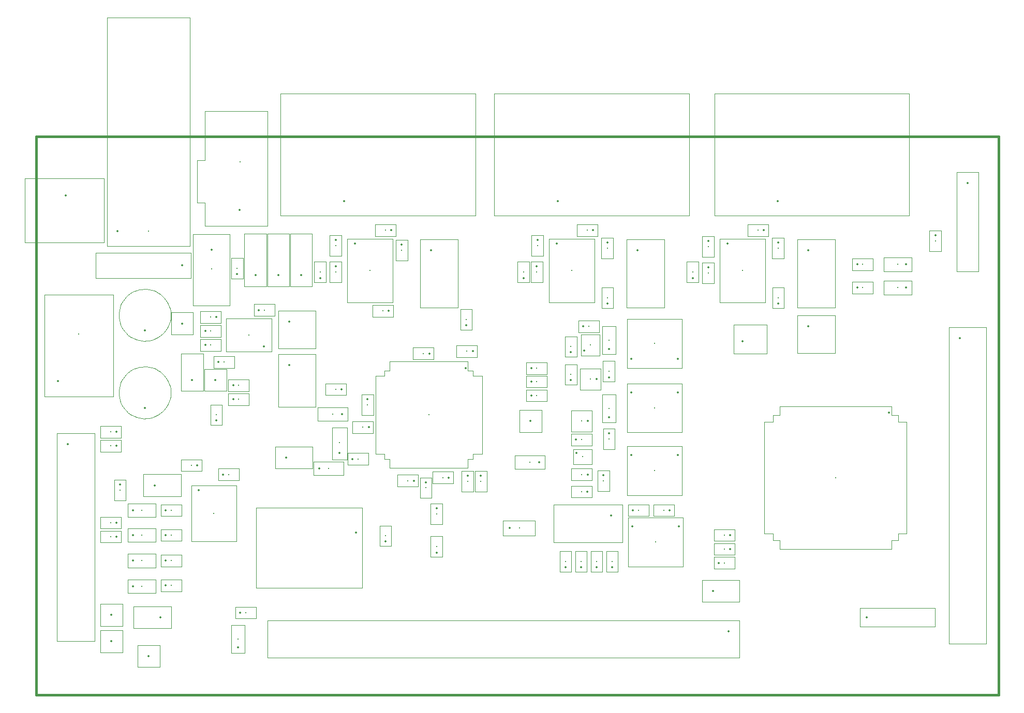
<source format=gbr>
%TF.GenerationSoftware,KiCad,Pcbnew,8.99.0-344-gfbc433deaa-dirty*%
%TF.CreationDate,2024-03-11T18:46:53+01:00*%
%TF.ProjectId,kit-dev-coldfire-xilinx_5213,6b69742d-6465-4762-9d63-6f6c64666972,2*%
%TF.SameCoordinates,Original*%
%TF.FileFunction,Component,L1,Top*%
%TF.FilePolarity,Positive*%
%FSLAX46Y46*%
G04 Gerber Fmt 4.6, Leading zero omitted, Abs format (unit mm)*
G04 Created by KiCad (PCBNEW 8.99.0-344-gfbc433deaa-dirty) date 2024-03-11 18:46:53*
%MOMM*%
%LPD*%
G01*
G04 APERTURE LIST*
%TA.AperFunction,ComponentMain*%
%ADD10C,0.300000*%
%TD*%
%TA.AperFunction,ComponentOutline,Courtyard*%
%ADD11C,0.100000*%
%TD*%
%TA.AperFunction,ComponentPin*%
%ADD12P,0.360000X4X0.000000*%
%TD*%
%TA.AperFunction,ComponentPin*%
%ADD13C,0.100000*%
%TD*%
%TA.AperFunction,Profile*%
%ADD14C,0.381000*%
%TD*%
G04 APERTURE END LIST*
D10*
%TO.C,ABRT_SW101*%
%TO.CFtp,SW_PUSH_SMALL*%
%TO.CVal,SW_PUSH*%
%TO.CLbN,kit-dev-coldfire*%
%TO.CMnt,TH*%
%TO.CRot,0*%
X172339000Y-100330000D03*
D11*
X176838999Y-96330001D02*
X176838999Y-104329999D01*
X167839001Y-104329999D01*
X167839001Y-96330001D01*
X176838999Y-96330001D01*
D12*
%TO.P,ABRT_SW101,1,1*%
X168529000Y-97790000D03*
X176149000Y-97790000D03*
D13*
%TO.P,ABRT_SW101,2,2*%
X168529000Y-102870000D03*
X176149000Y-102870000D03*
%TD*%
D10*
%TO.C,ALLPST101*%
%TO.CFtp,PinHeader_1x01_P2.54mm_Vertical*%
%TO.CVal,CONN_1*%
%TO.CLbN,Connector_PinHeader_2.54mm*%
%TO.CMnt,TH*%
%TO.CRot,-90*%
X152019000Y-102489000D03*
D11*
X153818999Y-100689001D02*
X153818999Y-104288999D01*
X150219001Y-104288999D01*
X150219001Y-100689001D01*
X153818999Y-100689001D01*
D12*
%TO.P,ALLPST101,1,1*%
X152019000Y-102489000D03*
%TD*%
D10*
%TO.C,BDM_PORT101*%
%TO.CFtp,PinHeader_2x13_P2.54mm_Vertical*%
%TO.CVal,CONN_13X2*%
%TO.CLbN,Connector_PinHeader_2.54mm*%
%TO.CMnt,TH*%
%TO.CRot,0*%
X76327000Y-106299000D03*
D11*
X80676999Y-104499001D02*
X80676999Y-138548999D01*
X74527001Y-138548999D01*
X74527001Y-104499001D01*
X80676999Y-104499001D01*
D12*
%TO.P,BDM_PORT101,1,P1*%
X76327000Y-106299000D03*
D13*
%TO.P,BDM_PORT101,2,P2*%
X78867000Y-106299000D03*
%TO.P,BDM_PORT101,3,P3*%
X76327000Y-108839000D03*
%TO.P,BDM_PORT101,4,P4*%
X78867000Y-108839000D03*
%TO.P,BDM_PORT101,5,P5*%
X76327000Y-111379000D03*
%TO.P,BDM_PORT101,6,P6*%
X78867000Y-111379000D03*
%TO.P,BDM_PORT101,7,P7*%
X76327000Y-113919000D03*
%TO.P,BDM_PORT101,8,P8*%
X78867000Y-113919000D03*
%TO.P,BDM_PORT101,9,P9*%
X76327000Y-116459000D03*
%TO.P,BDM_PORT101,10,P10*%
X78867000Y-116459000D03*
%TO.P,BDM_PORT101,11,P11*%
X76327000Y-118999000D03*
%TO.P,BDM_PORT101,12,P12*%
X78867000Y-118999000D03*
%TO.P,BDM_PORT101,13,P13*%
X76327000Y-121539000D03*
%TO.P,BDM_PORT101,14,P14*%
X78867000Y-121539000D03*
%TO.P,BDM_PORT101,15,P15*%
X76327000Y-124079000D03*
%TO.P,BDM_PORT101,16,P16*%
X78867000Y-124079000D03*
%TO.P,BDM_PORT101,17,P17*%
X76327000Y-126619000D03*
%TO.P,BDM_PORT101,18,P18*%
X78867000Y-126619000D03*
%TO.P,BDM_PORT101,19,P19*%
X76327000Y-129159000D03*
%TO.P,BDM_PORT101,20,P20*%
X78867000Y-129159000D03*
%TO.P,BDM_PORT101,21,P21*%
X76327000Y-131699000D03*
%TO.P,BDM_PORT101,22,P22*%
X78867000Y-131699000D03*
%TO.P,BDM_PORT101,23,P23*%
X76327000Y-134239000D03*
%TO.P,BDM_PORT101,24,P20*%
X78867000Y-134239000D03*
%TO.P,BDM_PORT101,25,P24*%
X76327000Y-136779000D03*
%TO.P,BDM_PORT101,26,P22*%
X78867000Y-136779000D03*
%TD*%
D10*
%TO.C,C107*%
%TO.CFtp,C_0805_2012Metric*%
%TO.CVal,10pF*%
%TO.CLbN,Capacitor_SMD*%
%TO.CMnt,SMD*%
%TO.CRot,-90*%
X136652000Y-117729000D03*
D11*
X137631999Y-116029001D02*
X137631999Y-119428999D01*
X135672001Y-119428999D01*
X135672001Y-116029001D01*
X137631999Y-116029001D01*
D12*
%TO.P,C107,1*%
X136652000Y-116779000D03*
D13*
%TO.P,C107,2*%
X136652000Y-118679000D03*
%TD*%
D10*
%TO.C,C106*%
%TO.CFtp,C_0805_2012Metric*%
%TO.CVal,10pF*%
%TO.CLbN,Capacitor_SMD*%
%TO.CMnt,SMD*%
%TO.CRot,90*%
X136652000Y-123063000D03*
D11*
X137631999Y-121363001D02*
X137631999Y-124762999D01*
X135672001Y-124762999D01*
X135672001Y-121363001D01*
X137631999Y-121363001D01*
D12*
%TO.P,C106,1*%
X136652000Y-124013000D03*
D13*
%TO.P,C106,2*%
X136652000Y-122113000D03*
%TD*%
D10*
%TO.C,C105*%
%TO.CFtp,C_0805_2012Metric*%
%TO.CVal,1nF*%
%TO.CLbN,Capacitor_SMD*%
%TO.CMnt,SMD*%
%TO.CRot,90*%
X164846000Y-94361000D03*
D11*
X165825999Y-92661001D02*
X165825999Y-96060999D01*
X163866001Y-96060999D01*
X163866001Y-92661001D01*
X165825999Y-92661001D01*
D12*
%TO.P,C105,1*%
X164846000Y-95311000D03*
D13*
%TO.P,C105,2*%
X164846000Y-93411000D03*
%TD*%
D10*
%TO.C,C110*%
%TO.CFtp,C_0805_2012Metric*%
%TO.CVal,100nF*%
%TO.CLbN,Capacitor_SMD*%
%TO.CMnt,SMD*%
%TO.CRot,180*%
X141605000Y-91059000D03*
D11*
X143304999Y-90079001D02*
X143304999Y-92038999D01*
X139905001Y-92038999D01*
X139905001Y-90079001D01*
X143304999Y-90079001D01*
D12*
%TO.P,C110,1*%
X142555000Y-91059000D03*
D13*
%TO.P,C110,2*%
X140655000Y-91059000D03*
%TD*%
D10*
%TO.C,C111*%
%TO.CFtp,C_0805_2012Metric*%
%TO.CVal,100nF*%
%TO.CLbN,Capacitor_SMD*%
%TO.CMnt,SMD*%
%TO.CRot,180*%
X134493000Y-91440000D03*
D11*
X136192999Y-90460001D02*
X136192999Y-92419999D01*
X132793001Y-92419999D01*
X132793001Y-90460001D01*
X136192999Y-90460001D01*
D12*
%TO.P,C111,1*%
X135443000Y-91440000D03*
D13*
%TO.P,C111,2*%
X133543000Y-91440000D03*
%TD*%
D10*
%TO.C,C113*%
%TO.CFtp,C_0805_2012Metric*%
%TO.CVal,100nF*%
%TO.CLbN,Capacitor_SMD*%
%TO.CMnt,SMD*%
%TO.CRot,-90*%
X125349000Y-99822000D03*
D11*
X126328999Y-98122001D02*
X126328999Y-101521999D01*
X124369001Y-101521999D01*
X124369001Y-98122001D01*
X126328999Y-98122001D01*
D12*
%TO.P,C113,1*%
X125349000Y-98872000D03*
D13*
%TO.P,C113,2*%
X125349000Y-100772000D03*
%TD*%
D10*
%TO.C,C114*%
%TO.CFtp,C_0805_2012Metric*%
%TO.CVal,100nF*%
%TO.CLbN,Capacitor_SMD*%
%TO.CMnt,SMD*%
%TO.CRot,180*%
X124587000Y-103505000D03*
D11*
X126286999Y-102525001D02*
X126286999Y-104484999D01*
X122887001Y-104484999D01*
X122887001Y-102525001D01*
X126286999Y-102525001D01*
D12*
%TO.P,C114,1*%
X125537000Y-103505000D03*
D13*
%TO.P,C114,2*%
X123637000Y-103505000D03*
%TD*%
D10*
%TO.C,C115*%
%TO.CFtp,C_0805_2012Metric*%
%TO.CVal,100nF*%
%TO.CLbN,Capacitor_SMD*%
%TO.CMnt,SMD*%
%TO.CRot,180*%
X131953000Y-112268000D03*
D11*
X133652999Y-111288001D02*
X133652999Y-113247999D01*
X130253001Y-113247999D01*
X130253001Y-111288001D01*
X133652999Y-111288001D01*
D12*
%TO.P,C115,1*%
X132903000Y-112268000D03*
D13*
%TO.P,C115,2*%
X131003000Y-112268000D03*
%TD*%
D10*
%TO.C,C116*%
%TO.CFtp,C_0805_2012Metric*%
%TO.CVal,100nF*%
%TO.CLbN,Capacitor_SMD*%
%TO.CMnt,SMD*%
%TO.CRot,180*%
X137668000Y-111760000D03*
D11*
X139367999Y-110780001D02*
X139367999Y-112739999D01*
X135968001Y-112739999D01*
X135968001Y-110780001D01*
X139367999Y-110780001D01*
D12*
%TO.P,C116,1*%
X138618000Y-111760000D03*
D13*
%TO.P,C116,2*%
X136718000Y-111760000D03*
%TD*%
D10*
%TO.C,C101*%
%TO.CFtp,C_0805_2012Metric*%
%TO.CVal,100nF*%
%TO.CLbN,Capacitor_SMD*%
%TO.CMnt,SMD*%
%TO.CRot,0*%
X160401000Y-105537000D03*
D11*
X162100999Y-104557001D02*
X162100999Y-106516999D01*
X158701001Y-106516999D01*
X158701001Y-104557001D01*
X162100999Y-104557001D01*
D12*
%TO.P,C101,1*%
X159451000Y-105537000D03*
D13*
%TO.P,C101,2*%
X161351000Y-105537000D03*
%TD*%
D10*
%TO.C,C104*%
%TO.CFtp,C_0805_2012Metric*%
%TO.CVal,100nF*%
%TO.CLbN,Capacitor_SMD*%
%TO.CMnt,SMD*%
%TO.CRot,180*%
X160401000Y-111252000D03*
D11*
X162100999Y-110272001D02*
X162100999Y-112231999D01*
X158701001Y-112231999D01*
X158701001Y-110272001D01*
X162100999Y-110272001D01*
D12*
%TO.P,C104,1*%
X161351000Y-111252000D03*
D13*
%TO.P,C104,2*%
X159451000Y-111252000D03*
%TD*%
D10*
%TO.C,C108*%
%TO.CFtp,SM1206POL*%
%TO.CVal,10uF*%
%TO.CLbN,kit-dev-coldfire*%
%TO.CMnt,SMD*%
%TO.CRot,90*%
X120777000Y-106045000D03*
D11*
X122026999Y-103545001D02*
X122026999Y-108794999D01*
X119527001Y-108794999D01*
X119527001Y-103545001D01*
X122026999Y-103545001D01*
D12*
%TO.P,C108,1*%
X120777000Y-107696000D03*
D13*
%TO.P,C108,2*%
X120777000Y-104394000D03*
%TD*%
D10*
%TO.C,C119*%
%TO.CFtp,SM1206POL*%
%TO.CVal,100uF*%
%TO.CLbN,kit-dev-coldfire*%
%TO.CMnt,SMD*%
%TO.CRot,0*%
X150241000Y-120015000D03*
D11*
X152740999Y-118765001D02*
X152740999Y-121264999D01*
X147491001Y-121264999D01*
X147491001Y-118765001D01*
X152740999Y-118765001D01*
D12*
%TO.P,C119,1*%
X148590000Y-120015000D03*
D13*
%TO.P,C119,2*%
X151892000Y-120015000D03*
%TD*%
D10*
%TO.C,C109*%
%TO.CFtp,C_0805_2012Metric*%
%TO.CVal,100nF*%
%TO.CLbN,Capacitor_SMD*%
%TO.CMnt,SMD*%
%TO.CRot,0*%
X123825000Y-108712000D03*
D11*
X125524999Y-107732001D02*
X125524999Y-109691999D01*
X122125001Y-109691999D01*
X122125001Y-107732001D01*
X125524999Y-107732001D01*
D12*
%TO.P,C109,1*%
X122875000Y-108712000D03*
D13*
%TO.P,C109,2*%
X124775000Y-108712000D03*
%TD*%
D10*
%TO.C,C102*%
%TO.CFtp,C_0805_2012Metric*%
%TO.CVal,1nF*%
%TO.CLbN,Capacitor_SMD*%
%TO.CMnt,SMD*%
%TO.CRot,-90*%
X141732000Y-112395000D03*
D11*
X142711999Y-110695001D02*
X142711999Y-114094999D01*
X140752001Y-114094999D01*
X140752001Y-110695001D01*
X142711999Y-110695001D01*
D12*
%TO.P,C102,1*%
X141732000Y-111445000D03*
D13*
%TO.P,C102,2*%
X141732000Y-113345000D03*
%TD*%
D10*
%TO.C,C103*%
%TO.CFtp,C_0805_2012Metric*%
%TO.CVal,100nF*%
%TO.CLbN,Capacitor_SMD*%
%TO.CMnt,SMD*%
%TO.CRot,-90*%
X143891000Y-112395000D03*
D11*
X144870999Y-110695001D02*
X144870999Y-114094999D01*
X142911001Y-114094999D01*
X142911001Y-110695001D01*
X144870999Y-110695001D01*
D12*
%TO.P,C103,1*%
X143891000Y-111445000D03*
D13*
%TO.P,C103,2*%
X143891000Y-113345000D03*
%TD*%
D10*
%TO.C,C203*%
%TO.CFtp,C_0805_2012Metric*%
%TO.CVal,100nF*%
%TO.CLbN,Capacitor_SMD*%
%TO.CMnt,SMD*%
%TO.CRot,-90*%
X192532000Y-74168000D03*
D11*
X193511999Y-72468001D02*
X193511999Y-75867999D01*
X191552001Y-75867999D01*
X191552001Y-72468001D01*
X193511999Y-72468001D01*
D12*
%TO.P,C203,1*%
X192532000Y-73218000D03*
D13*
%TO.P,C203,2*%
X192532000Y-75118000D03*
%TD*%
D10*
%TO.C,C204*%
%TO.CFtp,C_0805_2012Metric*%
%TO.CVal,100nF*%
%TO.CLbN,Capacitor_SMD*%
%TO.CMnt,SMD*%
%TO.CRot,180*%
X189230000Y-71247000D03*
D11*
X190929999Y-70267001D02*
X190929999Y-72226999D01*
X187530001Y-72226999D01*
X187530001Y-70267001D01*
X190929999Y-70267001D01*
D12*
%TO.P,C204,1*%
X190180000Y-71247000D03*
D13*
%TO.P,C204,2*%
X188280000Y-71247000D03*
%TD*%
D10*
%TO.C,C205*%
%TO.CFtp,C_0805_2012Metric*%
%TO.CVal,100nF*%
%TO.CLbN,Capacitor_SMD*%
%TO.CMnt,SMD*%
%TO.CRot,-90*%
X181102000Y-73914000D03*
D11*
X182081999Y-72214001D02*
X182081999Y-75613999D01*
X180122001Y-75613999D01*
X180122001Y-72214001D01*
X182081999Y-72214001D01*
D12*
%TO.P,C205,1*%
X181102000Y-72964000D03*
D13*
%TO.P,C205,2*%
X181102000Y-74864000D03*
%TD*%
D10*
%TO.C,C206*%
%TO.CFtp,C_0805_2012Metric*%
%TO.CVal,100nF*%
%TO.CLbN,Capacitor_SMD*%
%TO.CMnt,SMD*%
%TO.CRot,-90*%
X181102000Y-78232000D03*
D11*
X182081999Y-76532001D02*
X182081999Y-79931999D01*
X180122001Y-79931999D01*
X180122001Y-76532001D01*
X182081999Y-76532001D01*
D12*
%TO.P,C206,1*%
X181102000Y-77282000D03*
D13*
%TO.P,C206,2*%
X181102000Y-79182000D03*
%TD*%
D10*
%TO.C,C202*%
%TO.CFtp,C_0805_2012Metric*%
%TO.CVal,100nF*%
%TO.CLbN,Capacitor_SMD*%
%TO.CMnt,SMD*%
%TO.CRot,0*%
X102616000Y-111252000D03*
D11*
X104315999Y-110272001D02*
X104315999Y-112231999D01*
X100916001Y-112231999D01*
X100916001Y-110272001D01*
X104315999Y-110272001D01*
D12*
%TO.P,C202,1*%
X101666000Y-111252000D03*
D13*
%TO.P,C202,2*%
X103566000Y-111252000D03*
%TD*%
D10*
%TO.C,C207*%
%TO.CFtp,C_0805_2012Metric*%
%TO.CVal,100nF*%
%TO.CLbN,Capacitor_SMD*%
%TO.CMnt,SMD*%
%TO.CRot,90*%
X178562000Y-78105000D03*
D11*
X179541999Y-76405001D02*
X179541999Y-79804999D01*
X177582001Y-79804999D01*
X177582001Y-76405001D01*
X179541999Y-76405001D01*
D12*
%TO.P,C207,1*%
X178562000Y-79055000D03*
D13*
%TO.P,C207,2*%
X178562000Y-77155000D03*
%TD*%
D10*
%TO.C,C208*%
%TO.CFtp,C_0805_2012Metric*%
%TO.CVal,100nF*%
%TO.CLbN,Capacitor_SMD*%
%TO.CMnt,SMD*%
%TO.CRot,-90*%
X164592000Y-74168000D03*
D11*
X165571999Y-72468001D02*
X165571999Y-75867999D01*
X163612001Y-75867999D01*
X163612001Y-72468001D01*
X165571999Y-72468001D01*
D12*
%TO.P,C208,1*%
X164592000Y-73218000D03*
D13*
%TO.P,C208,2*%
X164592000Y-75118000D03*
%TD*%
D10*
%TO.C,C209*%
%TO.CFtp,C_0805_2012Metric*%
%TO.CVal,100nF*%
%TO.CLbN,Capacitor_SMD*%
%TO.CMnt,SMD*%
%TO.CRot,180*%
X161290000Y-71247000D03*
D11*
X162989999Y-70267001D02*
X162989999Y-72226999D01*
X159590001Y-72226999D01*
X159590001Y-70267001D01*
X162989999Y-70267001D01*
D12*
%TO.P,C209,1*%
X162240000Y-71247000D03*
D13*
%TO.P,C209,2*%
X160340000Y-71247000D03*
%TD*%
D10*
%TO.C,C210*%
%TO.CFtp,C_0805_2012Metric*%
%TO.CVal,100nF*%
%TO.CLbN,Capacitor_SMD*%
%TO.CMnt,SMD*%
%TO.CRot,-90*%
X153162000Y-73787000D03*
D11*
X154141999Y-72087001D02*
X154141999Y-75486999D01*
X152182001Y-75486999D01*
X152182001Y-72087001D01*
X154141999Y-72087001D01*
D12*
%TO.P,C210,1*%
X153162000Y-72837000D03*
D13*
%TO.P,C210,2*%
X153162000Y-74737000D03*
%TD*%
D10*
%TO.C,C211*%
%TO.CFtp,C_0805_2012Metric*%
%TO.CVal,100nF*%
%TO.CLbN,Capacitor_SMD*%
%TO.CMnt,SMD*%
%TO.CRot,-90*%
X153035000Y-78105000D03*
D11*
X154014999Y-76405001D02*
X154014999Y-79804999D01*
X152055001Y-79804999D01*
X152055001Y-76405001D01*
X154014999Y-76405001D01*
D12*
%TO.P,C211,1*%
X153035000Y-77155000D03*
D13*
%TO.P,C211,2*%
X153035000Y-79055000D03*
%TD*%
D10*
%TO.C,C214*%
%TO.CFtp,C_0805_2012Metric*%
%TO.CVal,100nF*%
%TO.CLbN,Capacitor_SMD*%
%TO.CMnt,SMD*%
%TO.CRot,90*%
X150876000Y-78105000D03*
D11*
X151855999Y-76405001D02*
X151855999Y-79804999D01*
X149896001Y-79804999D01*
X149896001Y-76405001D01*
X151855999Y-76405001D01*
D12*
%TO.P,C214,1*%
X150876000Y-79055000D03*
D13*
%TO.P,C214,2*%
X150876000Y-77155000D03*
%TD*%
D10*
%TO.C,C219*%
%TO.CFtp,C_0805_2012Metric*%
%TO.CVal,100nF*%
%TO.CLbN,Capacitor_SMD*%
%TO.CMnt,SMD*%
%TO.CRot,0*%
X108458000Y-84328000D03*
D11*
X110157999Y-83348001D02*
X110157999Y-85307999D01*
X106758001Y-85307999D01*
X106758001Y-83348001D01*
X110157999Y-83348001D01*
D12*
%TO.P,C219,1*%
X107508000Y-84328000D03*
D13*
%TO.P,C219,2*%
X109408000Y-84328000D03*
%TD*%
D10*
%TO.C,C217*%
%TO.CFtp,C_0805_2012Metric*%
%TO.CVal,100nF*%
%TO.CLbN,Capacitor_SMD*%
%TO.CMnt,SMD*%
%TO.CRot,180*%
X128270000Y-71247000D03*
D11*
X129969999Y-70267001D02*
X129969999Y-72226999D01*
X126570001Y-72226999D01*
X126570001Y-70267001D01*
X129969999Y-70267001D01*
D12*
%TO.P,C217,1*%
X129220000Y-71247000D03*
D13*
%TO.P,C217,2*%
X127320000Y-71247000D03*
%TD*%
D10*
%TO.C,C220*%
%TO.CFtp,C_0805_2012Metric*%
%TO.CVal,100nF*%
%TO.CLbN,Capacitor_SMD*%
%TO.CMnt,SMD*%
%TO.CRot,-90*%
X120142000Y-78105000D03*
D11*
X121121999Y-76405001D02*
X121121999Y-79804999D01*
X119162001Y-79804999D01*
X119162001Y-76405001D01*
X121121999Y-76405001D01*
D12*
%TO.P,C220,1*%
X120142000Y-77155000D03*
D13*
%TO.P,C220,2*%
X120142000Y-79055000D03*
%TD*%
D10*
%TO.C,C212*%
%TO.CFtp,CP_Radial_D8.0mm_P5.00mm*%
%TO.CVal,10uF*%
%TO.CLbN,Capacitor_THT*%
%TO.CMnt,TH*%
%TO.CRot,90*%
X88900000Y-87630000D03*
D11*
X88797244Y-80878758D02*
X89208028Y-80888687D01*
X89615936Y-80938216D01*
X90017159Y-81026883D01*
X90407952Y-81153859D01*
X90784665Y-81317959D01*
X91143781Y-81517651D01*
X91143781Y-81517652D01*
X91481948Y-81751072D01*
X91796008Y-82016040D01*
X92083029Y-82310082D01*
X92340331Y-82630453D01*
X92565512Y-82974162D01*
X92565512Y-82974161D01*
X92756468Y-83337998D01*
X92911418Y-83718567D01*
X93028914Y-84112314D01*
X93107860Y-84515563D01*
X93147518Y-84924548D01*
X93149999Y-85130000D01*
X93147518Y-85335452D01*
X93107860Y-85744437D01*
X93028914Y-86147686D01*
X92911418Y-86541433D01*
X92756468Y-86922002D01*
X92565512Y-87285838D01*
X92340331Y-87629547D01*
X92083029Y-87949918D01*
X91796008Y-88243960D01*
X91481948Y-88508928D01*
X91143781Y-88742348D01*
X90784665Y-88942041D01*
X90407952Y-89106141D01*
X90017159Y-89233117D01*
X89615936Y-89321784D01*
X89208028Y-89371313D01*
X88797244Y-89381242D01*
X88387420Y-89351478D01*
X87982381Y-89282300D01*
X87585910Y-89174352D01*
X87201708Y-89028644D01*
X86833363Y-88846535D01*
X86833364Y-88846535D01*
X86484314Y-88629725D01*
X86157819Y-88380240D01*
X85856928Y-88100408D01*
X85584448Y-87792842D01*
X85342925Y-87460414D01*
X85134613Y-87106227D01*
X84961458Y-86733590D01*
X84825075Y-86345980D01*
X84726740Y-85947016D01*
X84667369Y-85540424D01*
X84647517Y-85130000D01*
X84667369Y-84719576D01*
X84726740Y-84312984D01*
X84825075Y-83914020D01*
X84961458Y-83526410D01*
X85134613Y-83153773D01*
X85342925Y-82799586D01*
X85584448Y-82467158D01*
X85856928Y-82159592D01*
X86157819Y-81879760D01*
X86484314Y-81630275D01*
X86833364Y-81413465D01*
X86833363Y-81413464D01*
X87201708Y-81231356D01*
X87585910Y-81085648D01*
X87982381Y-80977700D01*
X88387420Y-80908522D01*
X88797244Y-80878758D01*
D12*
%TO.P,C212,1*%
X88900000Y-87630000D03*
D13*
%TO.P,C212,2*%
X88900000Y-82630000D03*
%TD*%
D10*
%TO.C,C215*%
%TO.CFtp,CP_Radial_D8.0mm_P5.00mm*%
%TO.CVal,220uF*%
%TO.CLbN,Capacitor_THT*%
%TO.CMnt,TH*%
%TO.CRot,90*%
X88900000Y-100330000D03*
D11*
X88797244Y-93578758D02*
X89208028Y-93588687D01*
X89615936Y-93638216D01*
X90017159Y-93726883D01*
X90407952Y-93853859D01*
X90784665Y-94017959D01*
X91143781Y-94217651D01*
X91143781Y-94217652D01*
X91481948Y-94451072D01*
X91796008Y-94716040D01*
X92083029Y-95010082D01*
X92340331Y-95330453D01*
X92565512Y-95674162D01*
X92565512Y-95674161D01*
X92756468Y-96037998D01*
X92911418Y-96418567D01*
X93028914Y-96812314D01*
X93107860Y-97215563D01*
X93147518Y-97624548D01*
X93149999Y-97830000D01*
X93147518Y-98035452D01*
X93107860Y-98444437D01*
X93028914Y-98847686D01*
X92911418Y-99241433D01*
X92756468Y-99622002D01*
X92565512Y-99985838D01*
X92340331Y-100329547D01*
X92083029Y-100649918D01*
X91796008Y-100943960D01*
X91481948Y-101208928D01*
X91143781Y-101442348D01*
X90784665Y-101642041D01*
X90407952Y-101806141D01*
X90017159Y-101933117D01*
X89615936Y-102021784D01*
X89208028Y-102071313D01*
X88797244Y-102081242D01*
X88387420Y-102051478D01*
X87982381Y-101982300D01*
X87585910Y-101874352D01*
X87201708Y-101728644D01*
X86833363Y-101546535D01*
X86833364Y-101546535D01*
X86484314Y-101329725D01*
X86157819Y-101080240D01*
X85856928Y-100800408D01*
X85584448Y-100492842D01*
X85342925Y-100160414D01*
X85134613Y-99806227D01*
X84961458Y-99433590D01*
X84825075Y-99045980D01*
X84726740Y-98647016D01*
X84667369Y-98240424D01*
X84647517Y-97830000D01*
X84667369Y-97419576D01*
X84726740Y-97012984D01*
X84825075Y-96614020D01*
X84961458Y-96226410D01*
X85134613Y-95853773D01*
X85342925Y-95499586D01*
X85584448Y-95167158D01*
X85856928Y-94859592D01*
X86157819Y-94579760D01*
X86484314Y-94330275D01*
X86833364Y-94113465D01*
X86833363Y-94113464D01*
X87201708Y-93931356D01*
X87585910Y-93785648D01*
X87982381Y-93677700D01*
X88387420Y-93608522D01*
X88797244Y-93578758D01*
D12*
%TO.P,C215,1*%
X88900000Y-100330000D03*
D13*
%TO.P,C215,2*%
X88900000Y-95330000D03*
%TD*%
D10*
%TO.C,C213*%
%TO.CFtp,C_0805_2012Metric*%
%TO.CVal,100nF*%
%TO.CLbN,Capacitor_SMD*%
%TO.CMnt,SMD*%
%TO.CRot,90*%
X104000000Y-77500000D03*
D11*
X104979999Y-75800001D02*
X104979999Y-79199999D01*
X103020001Y-79199999D01*
X103020001Y-75800001D01*
X104979999Y-75800001D01*
D12*
%TO.P,C213,1*%
X104000000Y-78450000D03*
D13*
%TO.P,C213,2*%
X104000000Y-76550000D03*
%TD*%
D10*
%TO.C,C201*%
%TO.CFtp,C_0805_2012Metric*%
%TO.CVal,100nF*%
%TO.CLbN,Capacitor_SMD*%
%TO.CMnt,SMD*%
%TO.CRot,0*%
X183769000Y-125730000D03*
D11*
X185468999Y-124750001D02*
X185468999Y-126709999D01*
X182069001Y-126709999D01*
X182069001Y-124750001D01*
X185468999Y-124750001D01*
D12*
%TO.P,C201,1*%
X182819000Y-125730000D03*
D13*
%TO.P,C201,2*%
X184719000Y-125730000D03*
%TD*%
D10*
%TO.C,C218*%
%TO.CFtp,C_0805_2012Metric*%
%TO.CVal,100nF*%
%TO.CLbN,Capacitor_SMD*%
%TO.CMnt,SMD*%
%TO.CRot,-90*%
X120142000Y-73787000D03*
D11*
X121121999Y-72087001D02*
X121121999Y-75486999D01*
X119162001Y-75486999D01*
X119162001Y-72087001D01*
X121121999Y-72087001D01*
D12*
%TO.P,C218,1*%
X120142000Y-72837000D03*
D13*
%TO.P,C218,2*%
X120142000Y-74737000D03*
%TD*%
D10*
%TO.C,C221*%
%TO.CFtp,C_0805_2012Metric*%
%TO.CVal,100nF*%
%TO.CLbN,Capacitor_SMD*%
%TO.CMnt,SMD*%
%TO.CRot,90*%
X117602000Y-78105000D03*
D11*
X118581999Y-76405001D02*
X118581999Y-79804999D01*
X116622001Y-79804999D01*
X116622001Y-76405001D01*
X118581999Y-76405001D01*
D12*
%TO.P,C221,1*%
X117602000Y-79055000D03*
D13*
%TO.P,C221,2*%
X117602000Y-77155000D03*
%TD*%
D10*
%TO.C,C216*%
%TO.CFtp,C_0805_2012Metric*%
%TO.CVal,100nF*%
%TO.CLbN,Capacitor_SMD*%
%TO.CMnt,SMD*%
%TO.CRot,-90*%
X130937000Y-74549000D03*
D11*
X131916999Y-72849001D02*
X131916999Y-76248999D01*
X129957001Y-76248999D01*
X129957001Y-72849001D01*
X131916999Y-72849001D01*
D12*
%TO.P,C216,1*%
X130937000Y-73599000D03*
D13*
%TO.P,C216,2*%
X130937000Y-75499000D03*
%TD*%
D10*
%TO.C,CAN_TERM201*%
%TO.CFtp,PinHeader_1x02_P2.54mm_Vertical*%
%TO.CVal,JUMPER*%
%TO.CLbN,Connector_PinHeader_2.54mm*%
%TO.CMnt,TH*%
%TO.CRot,180*%
X96647000Y-95758000D03*
D11*
X98446999Y-91408001D02*
X98446999Y-97557999D01*
X94847001Y-97557999D01*
X94847001Y-91408001D01*
X98446999Y-91408001D01*
D12*
%TO.P,CAN_TERM201,1,1*%
X96647000Y-95758000D03*
D13*
%TO.P,CAN_TERM201,2,2*%
X96647000Y-93218000D03*
%TD*%
D10*
%TO.C,CLKOUT101*%
%TO.CFtp,PinHeader_1x01_P2.54mm_Vertical*%
%TO.CVal,CONN_1*%
%TO.CLbN,Connector_PinHeader_2.54mm*%
%TO.CMnt,TH*%
%TO.CRot,-90*%
X83439000Y-134239000D03*
D11*
X85238999Y-132439001D02*
X85238999Y-136038999D01*
X81639001Y-136038999D01*
X81639001Y-132439001D01*
X85238999Y-132439001D01*
D12*
%TO.P,CLKOUT101,1,1*%
X83439000Y-134239000D03*
%TD*%
D10*
%TO.C,COM_SEL203*%
%TO.CFtp,PinHeader_1x03_P2.54mm_Vertical*%
%TO.CVal,CONN_3*%
%TO.CLbN,Connector_PinHeader_2.54mm*%
%TO.CMnt,TH*%
%TO.CRot,180*%
X114500000Y-78613000D03*
D11*
X116299999Y-71763001D02*
X116299999Y-80412999D01*
X112700001Y-80412999D01*
X112700001Y-71763001D01*
X116299999Y-71763001D01*
D12*
%TO.P,COM_SEL203,1,P1*%
X114500000Y-78613000D03*
D13*
%TO.P,COM_SEL203,2,PM*%
X114500000Y-76073000D03*
%TO.P,COM_SEL203,3,P3*%
X114500000Y-73533000D03*
%TD*%
D10*
%TO.C,COM_SEL202*%
%TO.CFtp,PinHeader_1x03_P2.54mm_Vertical*%
%TO.CVal,CONN_3*%
%TO.CLbN,Connector_PinHeader_2.54mm*%
%TO.CMnt,TH*%
%TO.CRot,180*%
X110744000Y-78613000D03*
D11*
X112543999Y-71763001D02*
X112543999Y-80412999D01*
X108944001Y-80412999D01*
X108944001Y-71763001D01*
X112543999Y-71763001D01*
D12*
%TO.P,COM_SEL202,1,P1*%
X110744000Y-78613000D03*
D13*
%TO.P,COM_SEL202,2,PM*%
X110744000Y-76073000D03*
%TO.P,COM_SEL202,3,P3*%
X110744000Y-73533000D03*
%TD*%
D10*
%TO.C,CT101*%
%TO.CFtp,PinHeader_1x02_P2.54mm_Vertical*%
%TO.CVal,JUMPER*%
%TO.CLbN,Connector_PinHeader_2.54mm*%
%TO.CMnt,TH*%
%TO.CRot,-90*%
X91440000Y-134620000D03*
D11*
X93239999Y-132820001D02*
X93239999Y-136419999D01*
X87090001Y-136419999D01*
X87090001Y-132820001D01*
X93239999Y-132820001D01*
D12*
%TO.P,CT101,1,1*%
X91440000Y-134620000D03*
D13*
%TO.P,CT101,2,2*%
X88900000Y-134620000D03*
%TD*%
D10*
%TO.C,D101*%
%TO.CFtp,D_SOT-23_ANK*%
%TO.CVal,BAT54*%
%TO.CLbN,kit-dev-coldfire*%
%TO.CMnt,SMD*%
%TO.CRot,0*%
X160401000Y-102489000D03*
D11*
X162100999Y-100739001D02*
X162100999Y-104238999D01*
X158701001Y-104238999D01*
X158701001Y-100739001D01*
X162100999Y-100739001D01*
D12*
%TO.P,D101,1,K*%
X161401000Y-102489000D03*
D13*
%TO.P,D101,*%
X159401000Y-103439000D03*
%TO.P,D101,2,A*%
X159401000Y-101539000D03*
%TD*%
D10*
%TO.C,D102*%
%TO.CFtp,D_SOT-23_ANK*%
%TO.CVal,BAT54*%
%TO.CLbN,kit-dev-coldfire*%
%TO.CMnt,SMD*%
%TO.CRot,0*%
X161798000Y-95631000D03*
D11*
X163497999Y-93881001D02*
X163497999Y-97380999D01*
X160098001Y-97380999D01*
X160098001Y-93881001D01*
X163497999Y-93881001D01*
D12*
%TO.P,D102,1,K*%
X162798000Y-95631000D03*
D13*
%TO.P,D102,*%
X160798000Y-96581000D03*
%TO.P,D102,2,A*%
X160798000Y-94681000D03*
%TD*%
D10*
%TO.C,D201*%
%TO.CFtp,D_DO-15_P12.70mm_Horizontal*%
%TO.CVal,1N4004*%
%TO.CLbN,Diode_THT*%
%TO.CMnt,TH*%
%TO.CRot,180*%
X95000000Y-77000000D03*
D11*
X96449999Y-74950001D02*
X96449999Y-79049999D01*
X80850001Y-79049999D01*
X80850001Y-74950001D01*
X96449999Y-74950001D01*
D12*
%TO.P,D201,1,K*%
X95000000Y-77000000D03*
D13*
%TO.P,D201,2,A*%
X82300000Y-77000000D03*
%TD*%
D10*
%TO.C,D301*%
%TO.CFtp,LED_1206_3216Metric*%
%TO.CVal,LED*%
%TO.CLbN,LED_SMD*%
%TO.CMnt,SMD*%
%TO.CRot,180*%
X212090000Y-76835000D03*
D11*
X214369999Y-75715001D02*
X214369999Y-77954999D01*
X209810001Y-77954999D01*
X209810001Y-75715001D01*
X214369999Y-75715001D01*
D12*
%TO.P,D301,1,K*%
X213490000Y-76835000D03*
D13*
%TO.P,D301,2,A*%
X210690000Y-76835000D03*
%TD*%
D10*
%TO.C,D302*%
%TO.CFtp,LED_1206_3216Metric*%
%TO.CVal,LED*%
%TO.CLbN,LED_SMD*%
%TO.CMnt,SMD*%
%TO.CRot,180*%
X212090000Y-80645000D03*
D11*
X214369999Y-79525001D02*
X214369999Y-81764999D01*
X209810001Y-81764999D01*
X209810001Y-79525001D01*
X214369999Y-79525001D01*
D12*
%TO.P,D302,1,K*%
X213490000Y-80645000D03*
D13*
%TO.P,D302,2,A*%
X210690000Y-80645000D03*
%TD*%
D10*
%TO.C,F201*%
%TO.CFtp,FSUPCMS*%
%TO.CVal,FUSE*%
%TO.CLbN,kit-dev-coldfire*%
%TO.CMnt,SMD*%
%TO.CRot,-90*%
X99800000Y-77600000D03*
D11*
X102799999Y-71850001D02*
X102799999Y-83599999D01*
X96800001Y-83599999D01*
X96800001Y-71850001D01*
X102799999Y-71850001D01*
D12*
%TO.P,F201,1*%
X99800000Y-74425000D03*
D13*
%TO.P,F201,2*%
X99800000Y-80775000D03*
%TD*%
D10*
%TO.C,FB101*%
%TO.CFtp,R_1206_3216Metric_Pad1.30x1.75mm_HandSolder*%
%TO.CVal,BEAD*%
%TO.CLbN,Resistor_SMD*%
%TO.CMnt,SMD*%
%TO.CRot,180*%
X119634000Y-101346000D03*
D11*
X122083999Y-100226001D02*
X122083999Y-102465999D01*
X117184001Y-102465999D01*
X117184001Y-100226001D01*
X122083999Y-100226001D01*
D12*
%TO.P,FB101,1,1*%
X121184000Y-101346000D03*
D13*
%TO.P,FB101,2,2*%
X118084000Y-101346000D03*
%TD*%
D10*
%TO.C,GND101*%
%TO.CFtp,PinHeader_1x01_P2.54mm_Vertical*%
%TO.CVal,CONN_1*%
%TO.CLbN,Connector_PinHeader_2.54mm*%
%TO.CMnt,TH*%
%TO.CRot,-90*%
X89535000Y-140970000D03*
D11*
X91334999Y-139170001D02*
X91334999Y-142769999D01*
X87735001Y-142769999D01*
X87735001Y-139170001D01*
X91334999Y-139170001D01*
D12*
%TO.P,GND101,1,1*%
X89535000Y-140970000D03*
%TD*%
D10*
%TO.C,J201*%
%TO.CFtp,JACK_ALIM*%
%TO.CVal,JACK_2P*%
%TO.CLbN,kit-dev-coldfire*%
%TO.CMnt,TH*%
%TO.CRot,-90*%
X104500000Y-60000000D03*
D11*
X108999999Y-51750001D02*
X108999999Y-70499999D01*
X98750001Y-70499999D01*
X98750001Y-66749999D01*
X97500001Y-66749999D01*
X97500001Y-59750001D01*
X98750001Y-59750001D01*
X98750001Y-51750001D01*
X108999999Y-51750001D01*
D12*
%TO.P,J201,1*%
X104400000Y-67900000D03*
D13*
%TO.P,J201,2*%
X104500000Y-60000000D03*
%TO.P,J201,3*%
X98300000Y-63100000D03*
%TD*%
D10*
%TO.C,L102*%
%TO.CFtp,R_1206_3216Metric_Pad1.30x1.75mm_HandSolder*%
%TO.CVal,10uH*%
%TO.CLbN,Resistor_SMD*%
%TO.CMnt,SMD*%
%TO.CRot,0*%
X118999000Y-110236000D03*
D11*
X121448999Y-109116001D02*
X121448999Y-111355999D01*
X116549001Y-111355999D01*
X116549001Y-109116001D01*
X121448999Y-109116001D01*
D12*
%TO.P,L102,1,1*%
X117449000Y-110236000D03*
D13*
%TO.P,L102,2,2*%
X120549000Y-110236000D03*
%TD*%
D10*
%TO.C,L101*%
%TO.CFtp,R_1206_3216Metric_Pad1.30x1.75mm_HandSolder*%
%TO.CVal,10uH*%
%TO.CLbN,Resistor_SMD*%
%TO.CMnt,SMD*%
%TO.CRot,180*%
X151892000Y-109220000D03*
D11*
X154341999Y-108100001D02*
X154341999Y-110339999D01*
X149442001Y-110339999D01*
X149442001Y-108100001D01*
X154341999Y-108100001D01*
D12*
%TO.P,L101,1,1*%
X153442000Y-109220000D03*
D13*
%TO.P,L101,2,2*%
X150342000Y-109220000D03*
%TD*%
D10*
%TO.C,LED201*%
%TO.CFtp,LED_1206_3216Metric*%
%TO.CVal,LED*%
%TO.CLbN,LED_SMD*%
%TO.CMnt,SMD*%
%TO.CRot,0*%
X88392000Y-117094000D03*
D11*
X90671999Y-115974001D02*
X90671999Y-118213999D01*
X86112001Y-118213999D01*
X86112001Y-115974001D01*
X90671999Y-115974001D01*
D12*
%TO.P,LED201,1,K*%
X86992000Y-117094000D03*
D13*
%TO.P,LED201,2,A*%
X89792000Y-117094000D03*
%TD*%
D10*
%TO.C,LED202*%
%TO.CFtp,LED_1206_3216Metric*%
%TO.CVal,LED*%
%TO.CLbN,LED_SMD*%
%TO.CMnt,SMD*%
%TO.CRot,0*%
X88392000Y-121158000D03*
D11*
X90671999Y-120038001D02*
X90671999Y-122277999D01*
X86112001Y-122277999D01*
X86112001Y-120038001D01*
X90671999Y-120038001D01*
D12*
%TO.P,LED202,1,K*%
X86992000Y-121158000D03*
D13*
%TO.P,LED202,2,A*%
X89792000Y-121158000D03*
%TD*%
D10*
%TO.C,LED203*%
%TO.CFtp,LED_1206_3216Metric*%
%TO.CVal,LED*%
%TO.CLbN,LED_SMD*%
%TO.CMnt,SMD*%
%TO.CRot,0*%
X88392000Y-125349000D03*
D11*
X90671999Y-124229001D02*
X90671999Y-126468999D01*
X86112001Y-126468999D01*
X86112001Y-124229001D01*
X90671999Y-124229001D01*
D12*
%TO.P,LED203,1,K*%
X86992000Y-125349000D03*
D13*
%TO.P,LED203,2,A*%
X89792000Y-125349000D03*
%TD*%
D10*
%TO.C,LED204*%
%TO.CFtp,LED_1206_3216Metric*%
%TO.CVal,LED*%
%TO.CLbN,LED_SMD*%
%TO.CMnt,SMD*%
%TO.CRot,0*%
X88392000Y-129540000D03*
D11*
X90671999Y-128420001D02*
X90671999Y-130659999D01*
X86112001Y-130659999D01*
X86112001Y-128420001D01*
X90671999Y-128420001D01*
D12*
%TO.P,LED204,1,K*%
X86992000Y-129540000D03*
D13*
%TO.P,LED204,2,A*%
X89792000Y-129540000D03*
%TD*%
D10*
%TO.C,LED205*%
%TO.CFtp,LED_1206_3216Metric*%
%TO.CVal,LED*%
%TO.CLbN,LED_SMD*%
%TO.CMnt,SMD*%
%TO.CRot,90*%
X104140000Y-138176000D03*
D11*
X105259999Y-135896001D02*
X105259999Y-140455999D01*
X103020001Y-140455999D01*
X103020001Y-135896001D01*
X105259999Y-135896001D01*
D12*
%TO.P,LED205,1,K*%
X104140000Y-139576000D03*
D13*
%TO.P,LED205,2,A*%
X104140000Y-136776000D03*
%TD*%
D10*
%TO.C,LEDABRT101*%
%TO.CFtp,LED_1206_3216Metric*%
%TO.CVal,LED_RED*%
%TO.CLbN,LED_SMD*%
%TO.CMnt,SMD*%
%TO.CRot,90*%
X164846000Y-100457000D03*
D11*
X165965999Y-98177001D02*
X165965999Y-102736999D01*
X163726001Y-102736999D01*
X163726001Y-98177001D01*
X165965999Y-98177001D01*
D12*
%TO.P,LEDABRT101,1,K*%
X164846000Y-101857000D03*
D13*
%TO.P,LEDABRT101,2,A*%
X164846000Y-99057000D03*
%TD*%
D10*
%TO.C,LV101*%
%TO.CFtp,TO-92*%
%TO.CVal,DS1818*%
%TO.CLbN,Package_TO_SOT_THT*%
%TO.CMnt,TH*%
%TO.CRot,0*%
X186690000Y-89408000D03*
D11*
X190689999Y-86678001D02*
X190689999Y-91417999D01*
X185230001Y-91417999D01*
X185230001Y-86678001D01*
X190689999Y-86678001D01*
D12*
%TO.P,LV101,1,Rst*%
X186690000Y-89408000D03*
D13*
%TO.P,LV101,2,In*%
X187960000Y-88138000D03*
%TO.P,LV101,3,Gbd*%
X189230000Y-89408000D03*
%TD*%
D10*
%TO.C,MCU_PORT201*%
%TO.CFtp,PinHeader_2x30_P2.54mm_Vertical*%
%TO.CVal,CONN_30X2*%
%TO.CLbN,Connector_PinHeader_2.54mm*%
%TO.CMnt,TH*%
%TO.CRot,-90*%
X184404000Y-136906000D03*
D11*
X186203999Y-135106001D02*
X186203999Y-141255999D01*
X108954001Y-141255999D01*
X108954001Y-135106001D01*
X186203999Y-135106001D01*
D12*
%TO.P,MCU_PORT201,1,P1*%
X184404000Y-136906000D03*
D13*
%TO.P,MCU_PORT201,2,P2*%
X184404000Y-139446000D03*
%TO.P,MCU_PORT201,3,P3*%
X181864000Y-136906000D03*
%TO.P,MCU_PORT201,4,P4*%
X181864000Y-139446000D03*
%TO.P,MCU_PORT201,5,P5*%
X179324000Y-136906000D03*
%TO.P,MCU_PORT201,6,P6*%
X179324000Y-139446000D03*
%TO.P,MCU_PORT201,7,P7*%
X176784000Y-136906000D03*
%TO.P,MCU_PORT201,8,P8*%
X176784000Y-139446000D03*
%TO.P,MCU_PORT201,9,P9*%
X174244000Y-136906000D03*
%TO.P,MCU_PORT201,10,P10*%
X174244000Y-139446000D03*
%TO.P,MCU_PORT201,11,P11*%
X171704000Y-136906000D03*
%TO.P,MCU_PORT201,12,P12*%
X171704000Y-139446000D03*
%TO.P,MCU_PORT201,13,P13*%
X169164000Y-136906000D03*
%TO.P,MCU_PORT201,14,P14*%
X169164000Y-139446000D03*
%TO.P,MCU_PORT201,15,P15*%
X166624000Y-136906000D03*
%TO.P,MCU_PORT201,16,P16*%
X166624000Y-139446000D03*
%TO.P,MCU_PORT201,17,P17*%
X164084000Y-136906000D03*
%TO.P,MCU_PORT201,18,P18*%
X164084000Y-139446000D03*
%TO.P,MCU_PORT201,19,P19*%
X161544000Y-136906000D03*
%TO.P,MCU_PORT201,20,P20*%
X161544000Y-139446000D03*
%TO.P,MCU_PORT201,21,P21*%
X159004000Y-136906000D03*
%TO.P,MCU_PORT201,22,P22*%
X159004000Y-139446000D03*
%TO.P,MCU_PORT201,23,P23*%
X156464000Y-136906000D03*
%TO.P,MCU_PORT201,24,P24*%
X156464000Y-139446000D03*
%TO.P,MCU_PORT201,25*%
X153924000Y-136906000D03*
%TO.P,MCU_PORT201,26,P26*%
X153924000Y-139446000D03*
%TO.P,MCU_PORT201,27,P27*%
X151384000Y-136906000D03*
%TO.P,MCU_PORT201,28,P28*%
X151384000Y-139446000D03*
%TO.P,MCU_PORT201,29,P29*%
X148844000Y-136906000D03*
%TO.P,MCU_PORT201,30,P30*%
X148844000Y-139446000D03*
%TO.P,MCU_PORT201,31,P31*%
X146304000Y-136906000D03*
%TO.P,MCU_PORT201,32,P32*%
X146304000Y-139446000D03*
%TO.P,MCU_PORT201,33,P33*%
X143764000Y-136906000D03*
%TO.P,MCU_PORT201,34,P34*%
X143764000Y-139446000D03*
%TO.P,MCU_PORT201,35,P35*%
X141224000Y-136906000D03*
%TO.P,MCU_PORT201,36,P36*%
X141224000Y-139446000D03*
%TO.P,MCU_PORT201,37,P37*%
X138684000Y-136906000D03*
%TO.P,MCU_PORT201,38,P38*%
X138684000Y-139446000D03*
%TO.P,MCU_PORT201,39,P39*%
X136144000Y-136906000D03*
%TO.P,MCU_PORT201,40,P40*%
X136144000Y-139446000D03*
%TO.P,MCU_PORT201,41,P41*%
X133604000Y-136906000D03*
%TO.P,MCU_PORT201,42,P42*%
X133604000Y-139446000D03*
%TO.P,MCU_PORT201,43,P43*%
X131064000Y-136906000D03*
%TO.P,MCU_PORT201,44,P44*%
X131064000Y-139446000D03*
%TO.P,MCU_PORT201,45,P45*%
X128524000Y-136906000D03*
%TO.P,MCU_PORT201,46,P46*%
X128524000Y-139446000D03*
%TO.P,MCU_PORT201,47,P47*%
X125984000Y-136906000D03*
%TO.P,MCU_PORT201,48,P48*%
X125984000Y-139446000D03*
%TO.P,MCU_PORT201,49,P49*%
X123444000Y-136906000D03*
%TO.P,MCU_PORT201,50,P50*%
X123444000Y-139446000D03*
%TO.P,MCU_PORT201,51,P51*%
X120904000Y-136906000D03*
%TO.P,MCU_PORT201,52,P52*%
X120904000Y-139446000D03*
%TO.P,MCU_PORT201,53,P53*%
X118364000Y-136906000D03*
%TO.P,MCU_PORT201,54,P54*%
X118364000Y-139446000D03*
%TO.P,MCU_PORT201,55,P55*%
X115824000Y-136906000D03*
%TO.P,MCU_PORT201,56,P56*%
X115824000Y-139446000D03*
%TO.P,MCU_PORT201,57,P57*%
X113284000Y-136906000D03*
%TO.P,MCU_PORT201,58,P58*%
X113284000Y-139446000D03*
%TO.P,MCU_PORT201,59,P59*%
X110744000Y-136906000D03*
%TO.P,MCU_PORT201,60,P60*%
X110744000Y-139446000D03*
%TD*%
D10*
%TO.C,P301*%
%TO.CFtp,PinHeader_1x06_P2.54mm_Vertical*%
%TO.CVal,CONN_6*%
%TO.CLbN,Connector_PinHeader_2.54mm*%
%TO.CMnt,TH*%
%TO.CRot,0*%
X223520000Y-63500000D03*
D11*
X225319999Y-61700001D02*
X225319999Y-77999999D01*
X221720001Y-77999999D01*
X221720001Y-61700001D01*
X225319999Y-61700001D01*
D12*
%TO.P,P301,1,1*%
X223520000Y-63500000D03*
D13*
%TO.P,P301,2,2*%
X223520000Y-66040000D03*
%TO.P,P301,3,3*%
X223520000Y-68580000D03*
%TO.P,P301,4,4*%
X223520000Y-71120000D03*
%TO.P,P301,5,5*%
X223520000Y-73660000D03*
%TO.P,P301,6,6*%
X223520000Y-76200000D03*
%TD*%
D10*
%TO.C,P303*%
%TO.CFtp,PinHeader_2x20_P2.54mm_Vertical*%
%TO.CVal,CONN_20X2*%
%TO.CLbN,Connector_PinHeader_2.54mm*%
%TO.CMnt,TH*%
%TO.CRot,0*%
X222250000Y-88900000D03*
D11*
X226599999Y-87100001D02*
X226599999Y-138949999D01*
X220450001Y-138949999D01*
X220450001Y-87100001D01*
X226599999Y-87100001D01*
D12*
%TO.P,P303,1,P1*%
X222250000Y-88900000D03*
D13*
%TO.P,P303,2,P2*%
X224790000Y-88900000D03*
%TO.P,P303,3,P3*%
X222250000Y-91440000D03*
%TO.P,P303,4,P4*%
X224790000Y-91440000D03*
%TO.P,P303,5,P5*%
X222250000Y-93980000D03*
%TO.P,P303,6,P6*%
X224790000Y-93980000D03*
%TO.P,P303,7,P7*%
X222250000Y-96520000D03*
%TO.P,P303,8,P8*%
X224790000Y-96520000D03*
%TO.P,P303,9,P9*%
X222250000Y-99060000D03*
%TO.P,P303,10,P10*%
X224790000Y-99060000D03*
%TO.P,P303,11,P11*%
X222250000Y-101600000D03*
%TO.P,P303,12,P12*%
X224790000Y-101600000D03*
%TO.P,P303,13,P13*%
X222250000Y-104140000D03*
%TO.P,P303,14,P14*%
X224790000Y-104140000D03*
%TO.P,P303,15,P15*%
X222250000Y-106680000D03*
%TO.P,P303,16,P16*%
X224790000Y-106680000D03*
%TO.P,P303,17,P17*%
X222250000Y-109220000D03*
%TO.P,P303,18,P18*%
X224790000Y-109220000D03*
%TO.P,P303,19,P19*%
X222250000Y-111760000D03*
%TO.P,P303,20,P20*%
X224790000Y-111760000D03*
%TO.P,P303,21,P21*%
X222250000Y-114300000D03*
%TO.P,P303,22,P22*%
X224790000Y-114300000D03*
%TO.P,P303,23,P23*%
X222250000Y-116840000D03*
%TO.P,P303,24,P24*%
X224790000Y-116840000D03*
%TO.P,P303,25*%
X222250000Y-119380000D03*
%TO.P,P303,26,P26*%
X224790000Y-119380000D03*
%TO.P,P303,27,P27*%
X222250000Y-121920000D03*
%TO.P,P303,28,P28*%
X224790000Y-121920000D03*
%TO.P,P303,29,P29*%
X222250000Y-124460000D03*
%TO.P,P303,30,P30*%
X224790000Y-124460000D03*
%TO.P,P303,31,P31*%
X222250000Y-127000000D03*
%TO.P,P303,32,P32*%
X224790000Y-127000000D03*
%TO.P,P303,33,P33*%
X222250000Y-129540000D03*
%TO.P,P303,34,P34*%
X224790000Y-129540000D03*
%TO.P,P303,35,P35*%
X222250000Y-132080000D03*
%TO.P,P303,36,P36*%
X224790000Y-132080000D03*
%TO.P,P303,37,P37*%
X222250000Y-134620000D03*
%TO.P,P303,38,P38*%
X224790000Y-134620000D03*
%TO.P,P303,39,P39*%
X222250000Y-137160000D03*
%TO.P,P303,40,P40*%
X224790000Y-137160000D03*
%TD*%
D10*
%TO.C,PULUPEN201*%
%TO.CFtp,PinHeader_2x04_P2.54mm_Vertical*%
%TO.CVal,CONN_4X2*%
%TO.CLbN,Connector_PinHeader_2.54mm*%
%TO.CMnt,TH*%
%TO.CRot,-90*%
X165227000Y-117983000D03*
D11*
X167026999Y-116183001D02*
X167026999Y-122332999D01*
X155827001Y-122332999D01*
X155827001Y-116183001D01*
X167026999Y-116183001D01*
D12*
%TO.P,PULUPEN201,1,1*%
X165227000Y-117983000D03*
D13*
%TO.P,PULUPEN201,2,2*%
X165227000Y-120523000D03*
%TO.P,PULUPEN201,3,3*%
X162687000Y-117983000D03*
%TO.P,PULUPEN201,4,4*%
X162687000Y-120523000D03*
%TO.P,PULUPEN201,5,5*%
X160147000Y-117983000D03*
%TO.P,PULUPEN201,6,6*%
X160147000Y-120523000D03*
%TO.P,PULUPEN201,7,7*%
X157607000Y-117983000D03*
%TO.P,PULUPEN201,8,8*%
X157607000Y-120523000D03*
%TD*%
D10*
%TO.C,Q101*%
%TO.CFtp,SOT23EBC*%
%TO.CVal,3906*%
%TO.CLbN,kit-dev-coldfire*%
%TO.CMnt,SMD*%
%TO.CRot,90*%
X161798000Y-90043000D03*
D11*
X163297999Y-88293001D02*
X163297999Y-91792999D01*
X160298001Y-91792999D01*
X160298001Y-88293001D01*
X163297999Y-88293001D01*
D12*
%TO.P,Q101,1,E*%
X160782000Y-90932000D03*
D13*
%TO.P,Q101,2,B*%
X160782000Y-89154000D03*
%TO.P,Q101,3,C*%
X162814000Y-90043000D03*
%TD*%
D10*
%TO.C,R125*%
%TO.CFtp,R_0805_2012Metric*%
%TO.CVal,1M*%
%TO.CLbN,Resistor_SMD*%
%TO.CMnt,SMD*%
%TO.CRot,90*%
X128270000Y-121285000D03*
D11*
X129219999Y-119605001D02*
X129219999Y-122964999D01*
X127320001Y-122964999D01*
X127320001Y-119605001D01*
X129219999Y-119605001D01*
D12*
%TO.P,R125,1*%
X128270000Y-122197500D03*
D13*
%TO.P,R125,2*%
X128270000Y-120372500D03*
%TD*%
D10*
%TO.C,R102*%
%TO.CFtp,R_0805_2012Metric*%
%TO.CVal,4\u002C7K*%
%TO.CLbN,Resistor_SMD*%
%TO.CMnt,SMD*%
%TO.CRot,0*%
X104267000Y-96647000D03*
D11*
X105946999Y-95697001D02*
X105946999Y-97596999D01*
X102587001Y-97596999D01*
X102587001Y-95697001D01*
X105946999Y-95697001D01*
D12*
%TO.P,R102,1*%
X103354500Y-96647000D03*
D13*
%TO.P,R102,2*%
X105179500Y-96647000D03*
%TD*%
D10*
%TO.C,R118*%
%TO.CFtp,R_0805_2012Metric*%
%TO.CVal,10K*%
%TO.CLbN,Resistor_SMD*%
%TO.CMnt,SMD*%
%TO.CRot,180*%
X183769000Y-121158000D03*
D11*
X185448999Y-120208001D02*
X185448999Y-122107999D01*
X182089001Y-122107999D01*
X182089001Y-120208001D01*
X185448999Y-120208001D01*
D12*
%TO.P,R118,1*%
X184681500Y-121158000D03*
D13*
%TO.P,R118,2*%
X182856500Y-121158000D03*
%TD*%
D10*
%TO.C,R119*%
%TO.CFtp,R_0805_2012Metric*%
%TO.CVal,10K*%
%TO.CLbN,Resistor_SMD*%
%TO.CMnt,SMD*%
%TO.CRot,180*%
X183769000Y-123444000D03*
D11*
X185448999Y-122494001D02*
X185448999Y-124393999D01*
X182089001Y-124393999D01*
X182089001Y-122494001D01*
X185448999Y-122494001D01*
D12*
%TO.P,R119,1*%
X184681500Y-123444000D03*
D13*
%TO.P,R119,2*%
X182856500Y-123444000D03*
%TD*%
D10*
%TO.C,R120*%
%TO.CFtp,R_0805_2012Metric*%
%TO.CVal,10K*%
%TO.CLbN,Resistor_SMD*%
%TO.CMnt,SMD*%
%TO.CRot,0*%
X153035000Y-93853000D03*
D11*
X154714999Y-92903001D02*
X154714999Y-94802999D01*
X151355001Y-94802999D01*
X151355001Y-92903001D01*
X154714999Y-92903001D01*
D12*
%TO.P,R120,1*%
X152122500Y-93853000D03*
D13*
%TO.P,R120,2*%
X153947500Y-93853000D03*
%TD*%
D10*
%TO.C,R104*%
%TO.CFtp,R_0805_2012Metric*%
%TO.CVal,1K*%
%TO.CLbN,Resistor_SMD*%
%TO.CMnt,SMD*%
%TO.CRot,-90*%
X163957000Y-112268000D03*
D11*
X164906999Y-110588001D02*
X164906999Y-113947999D01*
X163007001Y-113947999D01*
X163007001Y-110588001D01*
X164906999Y-110588001D01*
D12*
%TO.P,R104,1*%
X163957000Y-111355500D03*
D13*
%TO.P,R104,2*%
X163957000Y-113180500D03*
%TD*%
D10*
%TO.C,R121*%
%TO.CFtp,R_0805_2012Metric*%
%TO.CVal,10K*%
%TO.CLbN,Resistor_SMD*%
%TO.CMnt,SMD*%
%TO.CRot,0*%
X169672000Y-117094000D03*
D11*
X171351999Y-116144001D02*
X171351999Y-118043999D01*
X167992001Y-118043999D01*
X167992001Y-116144001D01*
X171351999Y-116144001D01*
D12*
%TO.P,R121,1*%
X168759500Y-117094000D03*
D13*
%TO.P,R121,2*%
X170584500Y-117094000D03*
%TD*%
D10*
%TO.C,R113*%
%TO.CFtp,R_0805_2012Metric*%
%TO.CVal,0*%
%TO.CLbN,Resistor_SMD*%
%TO.CMnt,SMD*%
%TO.CRot,90*%
X141478000Y-85852000D03*
D11*
X142427999Y-84172001D02*
X142427999Y-87531999D01*
X140528001Y-87531999D01*
X140528001Y-84172001D01*
X142427999Y-84172001D01*
D12*
%TO.P,R113,1*%
X141478000Y-86764500D03*
D13*
%TO.P,R113,2*%
X141478000Y-84939500D03*
%TD*%
D10*
%TO.C,R122*%
%TO.CFtp,R_0805_2012Metric*%
%TO.CVal,10K*%
%TO.CLbN,Resistor_SMD*%
%TO.CMnt,SMD*%
%TO.CRot,180*%
X173863000Y-117094000D03*
D11*
X175542999Y-116144001D02*
X175542999Y-118043999D01*
X172183001Y-118043999D01*
X172183001Y-116144001D01*
X175542999Y-116144001D01*
D12*
%TO.P,R122,1*%
X174775500Y-117094000D03*
D13*
%TO.P,R122,2*%
X172950500Y-117094000D03*
%TD*%
D10*
%TO.C,R123*%
%TO.CFtp,R_0805_2012Metric*%
%TO.CVal,10K*%
%TO.CLbN,Resistor_SMD*%
%TO.CMnt,SMD*%
%TO.CRot,0*%
X153035000Y-98298000D03*
D11*
X154714999Y-97348001D02*
X154714999Y-99247999D01*
X151355001Y-99247999D01*
X151355001Y-97348001D01*
X154714999Y-97348001D01*
D12*
%TO.P,R123,1*%
X152122500Y-98298000D03*
D13*
%TO.P,R123,2*%
X153947500Y-98298000D03*
%TD*%
D10*
%TO.C,R105*%
%TO.CFtp,R_0805_2012Metric*%
%TO.CVal,20K*%
%TO.CLbN,Resistor_SMD*%
%TO.CMnt,SMD*%
%TO.CRot,180*%
X160401000Y-114046000D03*
D11*
X162080999Y-113096001D02*
X162080999Y-114995999D01*
X158721001Y-114995999D01*
X158721001Y-113096001D01*
X162080999Y-113096001D01*
D12*
%TO.P,R105,1*%
X161313500Y-114046000D03*
D13*
%TO.P,R105,2*%
X159488500Y-114046000D03*
%TD*%
D10*
%TO.C,R124*%
%TO.CFtp,R_0805_2012Metric*%
%TO.CVal,10K*%
%TO.CLbN,Resistor_SMD*%
%TO.CMnt,SMD*%
%TO.CRot,0*%
X153035000Y-96012000D03*
D11*
X154714999Y-95062001D02*
X154714999Y-96961999D01*
X151355001Y-96961999D01*
X151355001Y-95062001D01*
X154714999Y-95062001D01*
D12*
%TO.P,R124,1*%
X152122500Y-96012000D03*
D13*
%TO.P,R124,2*%
X153947500Y-96012000D03*
%TD*%
D10*
%TO.C,R103*%
%TO.CFtp,R_0805_2012Metric*%
%TO.CVal,270*%
%TO.CLbN,Resistor_SMD*%
%TO.CMnt,SMD*%
%TO.CRot,-90*%
X164846000Y-105410000D03*
D11*
X165795999Y-103730001D02*
X165795999Y-107089999D01*
X163896001Y-107089999D01*
X163896001Y-103730001D01*
X165795999Y-103730001D01*
D12*
%TO.P,R103,1*%
X164846000Y-104497500D03*
D13*
%TO.P,R103,2*%
X164846000Y-106322500D03*
%TD*%
D10*
%TO.C,R106*%
%TO.CFtp,R_0805_2012Metric*%
%TO.CVal,4\u002C7K*%
%TO.CLbN,Resistor_SMD*%
%TO.CMnt,SMD*%
%TO.CRot,90*%
X158623000Y-94869000D03*
D11*
X159572999Y-93189001D02*
X159572999Y-96548999D01*
X157673001Y-96548999D01*
X157673001Y-93189001D01*
X159572999Y-93189001D01*
D12*
%TO.P,R106,1*%
X158623000Y-95781500D03*
D13*
%TO.P,R106,2*%
X158623000Y-93956500D03*
%TD*%
D10*
%TO.C,R111*%
%TO.CFtp,R_0805_2012Metric*%
%TO.CVal,4\u002C7K*%
%TO.CLbN,Resistor_SMD*%
%TO.CMnt,SMD*%
%TO.CRot,180*%
X120142000Y-97282000D03*
D11*
X121821999Y-96332001D02*
X121821999Y-98231999D01*
X118462001Y-98231999D01*
X118462001Y-96332001D01*
X121821999Y-96332001D01*
D12*
%TO.P,R111,1*%
X121054500Y-97282000D03*
D13*
%TO.P,R111,2*%
X119229500Y-97282000D03*
%TD*%
D10*
%TO.C,R107*%
%TO.CFtp,R_0805_2012Metric*%
%TO.CVal,4\u002C7K*%
%TO.CLbN,Resistor_SMD*%
%TO.CMnt,SMD*%
%TO.CRot,180*%
X83312000Y-104267000D03*
D11*
X84991999Y-103317001D02*
X84991999Y-105216999D01*
X81632001Y-105216999D01*
X81632001Y-103317001D01*
X84991999Y-103317001D01*
D12*
%TO.P,R107,1*%
X84224500Y-104267000D03*
D13*
%TO.P,R107,2*%
X82399500Y-104267000D03*
%TD*%
D10*
%TO.C,R108*%
%TO.CFtp,R_0805_2012Metric*%
%TO.CVal,4\u002C7K*%
%TO.CLbN,Resistor_SMD*%
%TO.CMnt,SMD*%
%TO.CRot,180*%
X83312000Y-106553000D03*
D11*
X84991999Y-105603001D02*
X84991999Y-107502999D01*
X81632001Y-107502999D01*
X81632001Y-105603001D01*
X84991999Y-105603001D01*
D12*
%TO.P,R108,1*%
X84224500Y-106553000D03*
D13*
%TO.P,R108,2*%
X82399500Y-106553000D03*
%TD*%
D10*
%TO.C,R109*%
%TO.CFtp,R_0805_2012Metric*%
%TO.CVal,4\u002C7K*%
%TO.CLbN,Resistor_SMD*%
%TO.CMnt,SMD*%
%TO.CRot,180*%
X83312000Y-119126000D03*
D11*
X84991999Y-118176001D02*
X84991999Y-120075999D01*
X81632001Y-120075999D01*
X81632001Y-118176001D01*
X84991999Y-118176001D01*
D12*
%TO.P,R109,1*%
X84224500Y-119126000D03*
D13*
%TO.P,R109,2*%
X82399500Y-119126000D03*
%TD*%
D10*
%TO.C,R110*%
%TO.CFtp,R_0805_2012Metric*%
%TO.CVal,4\u002C7K*%
%TO.CLbN,Resistor_SMD*%
%TO.CMnt,SMD*%
%TO.CRot,180*%
X83312000Y-121412000D03*
D11*
X84991999Y-120462001D02*
X84991999Y-122361999D01*
X81632001Y-122361999D01*
X81632001Y-120462001D01*
X84991999Y-120462001D01*
D12*
%TO.P,R110,1*%
X84224500Y-121412000D03*
D13*
%TO.P,R110,2*%
X82399500Y-121412000D03*
%TD*%
D10*
%TO.C,R115*%
%TO.CFtp,R_0805_2012Metric*%
%TO.CVal,4.7K*%
%TO.CLbN,Resistor_SMD*%
%TO.CMnt,SMD*%
%TO.CRot,90*%
X158623000Y-90297000D03*
D11*
X159572999Y-88617001D02*
X159572999Y-91976999D01*
X157673001Y-91976999D01*
X157673001Y-88617001D01*
X159572999Y-88617001D01*
D12*
%TO.P,R115,1*%
X158623000Y-91209500D03*
D13*
%TO.P,R115,2*%
X158623000Y-89384500D03*
%TD*%
D10*
%TO.C,R116*%
%TO.CFtp,R_0805_2012Metric*%
%TO.CVal,270*%
%TO.CLbN,Resistor_SMD*%
%TO.CMnt,SMD*%
%TO.CRot,0*%
X161544000Y-86995000D03*
D11*
X163223999Y-86045001D02*
X163223999Y-87944999D01*
X159864001Y-87944999D01*
X159864001Y-86045001D01*
X163223999Y-86045001D01*
D12*
%TO.P,R116,1*%
X160631500Y-86995000D03*
D13*
%TO.P,R116,2*%
X162456500Y-86995000D03*
%TD*%
D10*
%TO.C,R215*%
%TO.CFtp,R_0805_2012Metric*%
%TO.CVal,10K*%
%TO.CLbN,Resistor_SMD*%
%TO.CMnt,SMD*%
%TO.CRot,180*%
X127889000Y-84455000D03*
D11*
X129568999Y-83505001D02*
X129568999Y-85404999D01*
X126209001Y-85404999D01*
X126209001Y-83505001D01*
X129568999Y-83505001D01*
D12*
%TO.P,R215,1*%
X128801500Y-84455000D03*
D13*
%TO.P,R215,2*%
X126976500Y-84455000D03*
%TD*%
D10*
%TO.C,R101*%
%TO.CFtp,R_0805_2012Metric*%
%TO.CVal,4\u002C7K*%
%TO.CLbN,Resistor_SMD*%
%TO.CMnt,SMD*%
%TO.CRot,0*%
X104267000Y-98933000D03*
D11*
X105946999Y-97983001D02*
X105946999Y-99882999D01*
X102587001Y-99882999D01*
X102587001Y-97983001D01*
X105946999Y-97983001D01*
D12*
%TO.P,R101,1*%
X103354500Y-98933000D03*
D13*
%TO.P,R101,2*%
X105179500Y-98933000D03*
%TD*%
D10*
%TO.C,R117*%
%TO.CFtp,R_0805_2012Metric*%
%TO.CVal,10K*%
%TO.CLbN,Resistor_SMD*%
%TO.CMnt,SMD*%
%TO.CRot,-90*%
X84836000Y-113792000D03*
D11*
X85785999Y-112112001D02*
X85785999Y-115471999D01*
X83886001Y-115471999D01*
X83886001Y-112112001D01*
X85785999Y-112112001D01*
D12*
%TO.P,R117,1*%
X84836000Y-112879500D03*
D13*
%TO.P,R117,2*%
X84836000Y-114704500D03*
%TD*%
D10*
%TO.C,R202*%
%TO.CFtp,R_0805_2012Metric*%
%TO.CVal,270*%
%TO.CLbN,Resistor_SMD*%
%TO.CMnt,SMD*%
%TO.CRot,0*%
X93218000Y-117094000D03*
D11*
X94897999Y-116144001D02*
X94897999Y-118043999D01*
X91538001Y-118043999D01*
X91538001Y-116144001D01*
X94897999Y-116144001D01*
D12*
%TO.P,R202,1*%
X92305500Y-117094000D03*
D13*
%TO.P,R202,2*%
X94130500Y-117094000D03*
%TD*%
D10*
%TO.C,R205*%
%TO.CFtp,R_0805_2012Metric*%
%TO.CVal,10K*%
%TO.CLbN,Resistor_SMD*%
%TO.CMnt,SMD*%
%TO.CRot,90*%
X192532000Y-82296000D03*
D11*
X193481999Y-80616001D02*
X193481999Y-83975999D01*
X191582001Y-83975999D01*
X191582001Y-80616001D01*
X193481999Y-80616001D01*
D12*
%TO.P,R205,1*%
X192532000Y-83208500D03*
D13*
%TO.P,R205,2*%
X192532000Y-81383500D03*
%TD*%
D10*
%TO.C,R203*%
%TO.CFtp,R_0805_2012Metric*%
%TO.CVal,270*%
%TO.CLbN,Resistor_SMD*%
%TO.CMnt,SMD*%
%TO.CRot,0*%
X93218000Y-121158000D03*
D11*
X94897999Y-120208001D02*
X94897999Y-122107999D01*
X91538001Y-122107999D01*
X91538001Y-120208001D01*
X94897999Y-120208001D01*
D12*
%TO.P,R203,1*%
X92305500Y-121158000D03*
D13*
%TO.P,R203,2*%
X94130500Y-121158000D03*
%TD*%
D10*
%TO.C,R204*%
%TO.CFtp,R_0805_2012Metric*%
%TO.CVal,270*%
%TO.CLbN,Resistor_SMD*%
%TO.CMnt,SMD*%
%TO.CRot,0*%
X93218000Y-125349000D03*
D11*
X94897999Y-124399001D02*
X94897999Y-126298999D01*
X91538001Y-126298999D01*
X91538001Y-124399001D01*
X94897999Y-124399001D01*
D12*
%TO.P,R204,1*%
X92305500Y-125349000D03*
D13*
%TO.P,R204,2*%
X94130500Y-125349000D03*
%TD*%
D10*
%TO.C,R206*%
%TO.CFtp,R_0805_2012Metric*%
%TO.CVal,270*%
%TO.CLbN,Resistor_SMD*%
%TO.CMnt,SMD*%
%TO.CRot,0*%
X93218000Y-129413000D03*
D11*
X94897999Y-128463001D02*
X94897999Y-130362999D01*
X91538001Y-130362999D01*
X91538001Y-128463001D01*
X94897999Y-128463001D01*
D12*
%TO.P,R206,1*%
X92305500Y-129413000D03*
D13*
%TO.P,R206,2*%
X94130500Y-129413000D03*
%TD*%
D10*
%TO.C,R201*%
%TO.CFtp,R_0805_2012Metric*%
%TO.CVal,10K*%
%TO.CLbN,Resistor_SMD*%
%TO.CMnt,SMD*%
%TO.CRot,180*%
X96520000Y-109728000D03*
D11*
X98199999Y-108778001D02*
X98199999Y-110677999D01*
X94840001Y-110677999D01*
X94840001Y-108778001D01*
X98199999Y-108778001D01*
D12*
%TO.P,R201,1*%
X97432500Y-109728000D03*
D13*
%TO.P,R201,2*%
X95607500Y-109728000D03*
%TD*%
D10*
%TO.C,R208*%
%TO.CFtp,R_0805_2012Metric*%
%TO.CVal,10K*%
%TO.CLbN,Resistor_SMD*%
%TO.CMnt,SMD*%
%TO.CRot,90*%
X164592000Y-82296000D03*
D11*
X165541999Y-80616001D02*
X165541999Y-83975999D01*
X163642001Y-83975999D01*
X163642001Y-80616001D01*
X165541999Y-80616001D01*
D12*
%TO.P,R208,1*%
X164592000Y-83208500D03*
D13*
%TO.P,R208,2*%
X164592000Y-81383500D03*
%TD*%
D10*
%TO.C,R210*%
%TO.CFtp,R_0805_2012Metric*%
%TO.CVal,1K*%
%TO.CLbN,Resistor_SMD*%
%TO.CMnt,SMD*%
%TO.CRot,0*%
X101854000Y-92837000D03*
D11*
X103533999Y-91887001D02*
X103533999Y-93786999D01*
X100174001Y-93786999D01*
X100174001Y-91887001D01*
X103533999Y-91887001D01*
D12*
%TO.P,R210,1*%
X100941500Y-92837000D03*
D13*
%TO.P,R210,2*%
X102766500Y-92837000D03*
%TD*%
D10*
%TO.C,R209*%
%TO.CFtp,R_0805_2012Metric*%
%TO.CVal,62*%
%TO.CLbN,Resistor_SMD*%
%TO.CMnt,SMD*%
%TO.CRot,180*%
X99695000Y-85471000D03*
D11*
X101374999Y-84521001D02*
X101374999Y-86420999D01*
X98015001Y-86420999D01*
X98015001Y-84521001D01*
X101374999Y-84521001D01*
D12*
%TO.P,R209,1*%
X100607500Y-85471000D03*
D13*
%TO.P,R209,2*%
X98782500Y-85471000D03*
%TD*%
D10*
%TO.C,R112*%
%TO.CFtp,R_0805_2012Metric*%
%TO.CVal,4\u002C7K*%
%TO.CLbN,Resistor_SMD*%
%TO.CMnt,SMD*%
%TO.CRot,90*%
X100584000Y-101473000D03*
D11*
X101533999Y-99793001D02*
X101533999Y-103152999D01*
X99634001Y-103152999D01*
X99634001Y-99793001D01*
X101533999Y-99793001D01*
D12*
%TO.P,R112,1*%
X100584000Y-102385500D03*
D13*
%TO.P,R112,2*%
X100584000Y-100560500D03*
%TD*%
D10*
%TO.C,R114*%
%TO.CFtp,R_0805_2012Metric*%
%TO.CVal,22*%
%TO.CLbN,Resistor_SMD*%
%TO.CMnt,SMD*%
%TO.CRot,-90*%
X134874000Y-113411000D03*
D11*
X135823999Y-111731001D02*
X135823999Y-115090999D01*
X133924001Y-115090999D01*
X133924001Y-111731001D01*
X135823999Y-111731001D01*
D12*
%TO.P,R114,1*%
X134874000Y-112498500D03*
D13*
%TO.P,R114,2*%
X134874000Y-114323500D03*
%TD*%
D10*
%TO.C,R214*%
%TO.CFtp,R_0805_2012Metric*%
%TO.CVal,4\u002C7K*%
%TO.CLbN,Resistor_SMD*%
%TO.CMnt,SMD*%
%TO.CRot,90*%
X157734000Y-125476000D03*
D11*
X158683999Y-123796001D02*
X158683999Y-127155999D01*
X156784001Y-127155999D01*
X156784001Y-123796001D01*
X158683999Y-123796001D01*
D12*
%TO.P,R214,1*%
X157734000Y-126388500D03*
D13*
%TO.P,R214,2*%
X157734000Y-124563500D03*
%TD*%
D10*
%TO.C,R213*%
%TO.CFtp,R_0805_2012Metric*%
%TO.CVal,4\u002C7K*%
%TO.CLbN,Resistor_SMD*%
%TO.CMnt,SMD*%
%TO.CRot,90*%
X160274000Y-125476000D03*
D11*
X161223999Y-123796001D02*
X161223999Y-127155999D01*
X159324001Y-127155999D01*
X159324001Y-123796001D01*
X161223999Y-123796001D01*
D12*
%TO.P,R213,1*%
X160274000Y-126388500D03*
D13*
%TO.P,R213,2*%
X160274000Y-124563500D03*
%TD*%
D10*
%TO.C,R212*%
%TO.CFtp,R_0805_2012Metric*%
%TO.CVal,4\u002C7K*%
%TO.CLbN,Resistor_SMD*%
%TO.CMnt,SMD*%
%TO.CRot,90*%
X162814000Y-125476000D03*
D11*
X163763999Y-123796001D02*
X163763999Y-127155999D01*
X161864001Y-127155999D01*
X161864001Y-123796001D01*
X163763999Y-123796001D01*
D12*
%TO.P,R212,1*%
X162814000Y-126388500D03*
D13*
%TO.P,R212,2*%
X162814000Y-124563500D03*
%TD*%
D10*
%TO.C,R211*%
%TO.CFtp,R_0805_2012Metric*%
%TO.CVal,4\u002C7K*%
%TO.CLbN,Resistor_SMD*%
%TO.CMnt,SMD*%
%TO.CRot,90*%
X165354000Y-125476000D03*
D11*
X166303999Y-123796001D02*
X166303999Y-127155999D01*
X164404001Y-127155999D01*
X164404001Y-123796001D01*
X166303999Y-123796001D01*
D12*
%TO.P,R211,1*%
X165354000Y-126388500D03*
D13*
%TO.P,R211,2*%
X165354000Y-124563500D03*
%TD*%
D10*
%TO.C,R207*%
%TO.CFtp,R_0805_2012Metric*%
%TO.CVal,270*%
%TO.CLbN,Resistor_SMD*%
%TO.CMnt,SMD*%
%TO.CRot,0*%
X105410000Y-133858000D03*
D11*
X107089999Y-132908001D02*
X107089999Y-134807999D01*
X103730001Y-134807999D01*
X103730001Y-132908001D01*
X107089999Y-132908001D01*
D12*
%TO.P,R207,1*%
X104497500Y-133858000D03*
D13*
%TO.P,R207,2*%
X106322500Y-133858000D03*
%TD*%
D10*
%TO.C,R301*%
%TO.CFtp,R_0805_2012Metric*%
%TO.CVal,4K7*%
%TO.CLbN,Resistor_SMD*%
%TO.CMnt,SMD*%
%TO.CRot,-90*%
X218250000Y-73000000D03*
D11*
X219199999Y-71320001D02*
X219199999Y-74679999D01*
X217300001Y-74679999D01*
X217300001Y-71320001D01*
X219199999Y-71320001D01*
D12*
%TO.P,R301,1*%
X218250000Y-72087500D03*
D13*
%TO.P,R301,2*%
X218250000Y-73912500D03*
%TD*%
D10*
%TO.C,R303*%
%TO.CFtp,R_0805_2012Metric*%
%TO.CVal,1K*%
%TO.CLbN,Resistor_SMD*%
%TO.CMnt,SMD*%
%TO.CRot,0*%
X206375000Y-76835000D03*
D11*
X208054999Y-75885001D02*
X208054999Y-77784999D01*
X204695001Y-77784999D01*
X204695001Y-75885001D01*
X208054999Y-75885001D01*
D12*
%TO.P,R303,1*%
X205462500Y-76835000D03*
D13*
%TO.P,R303,2*%
X207287500Y-76835000D03*
%TD*%
D10*
%TO.C,R304*%
%TO.CFtp,R_0805_2012Metric*%
%TO.CVal,1K*%
%TO.CLbN,Resistor_SMD*%
%TO.CMnt,SMD*%
%TO.CRot,0*%
X206375000Y-80645000D03*
D11*
X208054999Y-79695001D02*
X208054999Y-81594999D01*
X204695001Y-81594999D01*
X204695001Y-79695001D01*
X208054999Y-79695001D01*
D12*
%TO.P,R304,1*%
X205462500Y-80645000D03*
D13*
%TO.P,R304,2*%
X207287500Y-80645000D03*
%TD*%
D10*
%TO.C,R302*%
%TO.CFtp,R_Axial_DIN0207_L6.3mm_D2.5mm_P10.16mm_Horizontal*%
%TO.CVal,3\u002C3*%
%TO.CLbN,Resistor_THT*%
%TO.CMnt,TH*%
%TO.CRot,0*%
X207010000Y-134620000D03*
D11*
X218219999Y-133120001D02*
X218219999Y-136119999D01*
X205960001Y-136119999D01*
X205960001Y-133120001D01*
X218219999Y-133120001D01*
D12*
%TO.P,R302,1*%
X207010000Y-134620000D03*
D13*
%TO.P,R302,2*%
X217170000Y-134620000D03*
%TD*%
D10*
%TO.C,RCAN202*%
%TO.CFtp,R_0805_2012Metric*%
%TO.CVal,R*%
%TO.CLbN,Resistor_SMD*%
%TO.CMnt,SMD*%
%TO.CRot,0*%
X99695000Y-87757000D03*
D11*
X101374999Y-86807001D02*
X101374999Y-88706999D01*
X98015001Y-88706999D01*
X98015001Y-86807001D01*
X101374999Y-86807001D01*
D12*
%TO.P,RCAN202,1*%
X98782500Y-87757000D03*
D13*
%TO.P,RCAN202,2*%
X100607500Y-87757000D03*
%TD*%
D10*
%TO.C,RCAN201*%
%TO.CFtp,R_0805_2012Metric*%
%TO.CVal,R*%
%TO.CLbN,Resistor_SMD*%
%TO.CMnt,SMD*%
%TO.CRot,0*%
X99695000Y-90043000D03*
D11*
X101374999Y-89093001D02*
X101374999Y-90992999D01*
X98015001Y-90992999D01*
X98015001Y-89093001D01*
X101374999Y-89093001D01*
D12*
%TO.P,RCAN201,1*%
X98782500Y-90043000D03*
D13*
%TO.P,RCAN201,2*%
X100607500Y-90043000D03*
%TD*%
D10*
%TO.C,LED_RST101*%
%TO.CFtp,LED_1206_3216Metric*%
%TO.CVal,LED_RED*%
%TO.CLbN,LED_SMD*%
%TO.CMnt,SMD*%
%TO.CRot,90*%
X164846000Y-89281000D03*
D11*
X165965999Y-87001001D02*
X165965999Y-91560999D01*
X163726001Y-91560999D01*
X163726001Y-87001001D01*
X165965999Y-87001001D01*
D12*
%TO.P,LED_RST101,1,K*%
X164846000Y-90681000D03*
D13*
%TO.P,LED_RST101,2,A*%
X164846000Y-87881000D03*
%TD*%
D10*
%TO.C,RS201*%
%TO.CFtp,PinHeader_1x01_P2.54mm_Vertical*%
%TO.CVal,CONN_1*%
%TO.CLbN,Connector_PinHeader_2.54mm*%
%TO.CMnt,TH*%
%TO.CRot,-90*%
X100457000Y-95758000D03*
D11*
X102256999Y-93958001D02*
X102256999Y-97557999D01*
X98657001Y-97557999D01*
X98657001Y-93958001D01*
X102256999Y-93958001D01*
D12*
%TO.P,RS201,1,1*%
X100457000Y-95758000D03*
%TD*%
D10*
%TO.C,RST_SW101*%
%TO.CFtp,SW_PUSH_SMALL*%
%TO.CVal,SW_PUSH*%
%TO.CLbN,kit-dev-coldfire*%
%TO.CMnt,TH*%
%TO.CRot,180*%
X172339000Y-89789000D03*
D11*
X176838999Y-85789001D02*
X176838999Y-93788999D01*
X167839001Y-93788999D01*
X167839001Y-85789001D01*
X176838999Y-85789001D01*
D12*
%TO.P,RST_SW101,1,1*%
X176149000Y-92329000D03*
X168529000Y-92329000D03*
D13*
%TO.P,RST_SW101,2,2*%
X176149000Y-87249000D03*
X168529000Y-87249000D03*
%TD*%
D10*
%TO.C,SW201*%
%TO.CFtp,SW_PUSH_SMALL*%
%TO.CVal,SW_PUSH*%
%TO.CLbN,kit-dev-coldfire*%
%TO.CMnt,TH*%
%TO.CRot,0*%
X172339000Y-110617000D03*
D11*
X176838999Y-106617001D02*
X176838999Y-114616999D01*
X167839001Y-114616999D01*
X167839001Y-106617001D01*
X176838999Y-106617001D01*
D12*
%TO.P,SW201,1,1*%
X168529000Y-108077000D03*
X176149000Y-108077000D03*
D13*
%TO.P,SW201,2,2*%
X168529000Y-113157000D03*
X176149000Y-113157000D03*
%TD*%
D10*
%TO.C,SW202*%
%TO.CFtp,SW_PUSH_SMALL*%
%TO.CVal,SW_PUSH*%
%TO.CLbN,kit-dev-coldfire*%
%TO.CMnt,TH*%
%TO.CRot,0*%
X172466000Y-122301000D03*
D11*
X176965999Y-118301001D02*
X176965999Y-126300999D01*
X167966001Y-126300999D01*
X167966001Y-118301001D01*
X176965999Y-118301001D01*
D12*
%TO.P,SW202,1,1*%
X168656000Y-119761000D03*
X176276000Y-119761000D03*
D13*
%TO.P,SW202,2,2*%
X168656000Y-124841000D03*
X176276000Y-124841000D03*
%TD*%
D10*
%TO.C,SW_ONOFF201*%
%TO.CFtp,SW_SPDT*%
%TO.CVal,SWITCH_INV*%
%TO.CLbN,kit-dev-coldfire*%
%TO.CMnt,TH*%
%TO.CRot,90*%
X89500000Y-71374000D03*
D11*
X96249999Y-36374001D02*
X96249999Y-73873999D01*
X82750001Y-73873999D01*
X82750001Y-36374001D01*
X96249999Y-36374001D01*
D12*
%TO.P,SW_ONOFF201,1,1*%
X84420000Y-71374000D03*
D13*
%TO.P,SW_ONOFF201,2,2*%
X89500000Y-71374000D03*
%TO.P,SW_ONOFF201,3,3*%
X94580000Y-71374000D03*
%TD*%
D10*
%TO.C,TA-101*%
%TO.CFtp,PinHeader_1x01_P2.54mm_Vertical*%
%TO.CVal,CONN_1*%
%TO.CLbN,Connector_PinHeader_2.54mm*%
%TO.CMnt,TH*%
%TO.CRot,-90*%
X83439000Y-138557000D03*
D11*
X85238999Y-136757001D02*
X85238999Y-140356999D01*
X81639001Y-140356999D01*
X81639001Y-136757001D01*
X85238999Y-136757001D01*
D12*
%TO.P,TA-101,1,1*%
X83439000Y-138557000D03*
%TD*%
D10*
%TO.C,TB201*%
%TO.CFtp,Altech_AK300_1x02_P5.00mm_45-Degree*%
%TO.CVal,CONN_2*%
%TO.CLbN,TerminalBlock_Altech*%
%TO.CMnt,TH*%
%TO.CRot,-90*%
X76000000Y-65500000D03*
D11*
X82249999Y-62750001D02*
X82249999Y-73249999D01*
X69250001Y-73249999D01*
X69250001Y-62750001D01*
X82249999Y-62750001D01*
D12*
%TO.P,TB201,1,P1*%
X76000000Y-65500000D03*
D13*
%TO.P,TB201,2,PM*%
X76000000Y-70500000D03*
%TD*%
D10*
%TO.C,U102*%
%TO.CFtp,LQFP-100_14x14mm_P0.5mm*%
%TO.CVal,MCF5213-LQFP100*%
%TO.CLbN,Package_QFP*%
%TO.CMnt,SMD*%
%TO.CRot,-90*%
X135382000Y-101473000D03*
D11*
X141781999Y-92753001D02*
X141781999Y-94223001D01*
X142631999Y-94223001D01*
X142631999Y-95073001D01*
X144101999Y-95073001D01*
X144101999Y-107872999D01*
X142631999Y-107872999D01*
X142631999Y-108722999D01*
X141781999Y-108722999D01*
X141781999Y-110192999D01*
X128982001Y-110192999D01*
X128982001Y-108722999D01*
X128132001Y-108722999D01*
X128132001Y-107872999D01*
X126662001Y-107872999D01*
X126662001Y-95073001D01*
X128132001Y-95073001D01*
X128132001Y-94223001D01*
X128982001Y-94223001D01*
X128982001Y-92753001D01*
X141781999Y-92753001D01*
D12*
%TO.P,U102,1,VCC*%
X141382000Y-93798000D03*
D13*
%TO.P,U102,2,VCC*%
X140882000Y-93798000D03*
%TO.P,U102,3,GND*%
X140382000Y-93798000D03*
%TO.P,U102,4,~{URTS1}/SYNCB/UTXD2/PUB2*%
X139882000Y-93798000D03*
%TO.P,U102,5,TEST*%
X139382000Y-93798000D03*
%TO.P,U102,6,~{UCTS0}/CANRX/PUA3*%
X138882000Y-93798000D03*
%TO.P,U102,7,URXD0/PUA1*%
X138382000Y-93798000D03*
%TO.P,U102,8,UTXD0/PUA0*%
X137882000Y-93798000D03*
%TO.P,U102,9,~{URTS0}/CANTX/PUA2*%
X137382000Y-93798000D03*
%TO.P,U102,10,SCL/CANTX/PAS0/UTXD2*%
X136882000Y-93798000D03*
%TO.P,U102,11,SDA/CANRX/PAS1/URXD2*%
X136382000Y-93798000D03*
%TO.P,U102,12,QSPI_CS3/SYNCA/SYNCB/PQS6*%
X135882000Y-93798000D03*
%TO.P,U102,13,QSPI_CS2/PQS5*%
X135382000Y-93798000D03*
%TO.P,U102,14,VCC*%
X134882000Y-93798000D03*
%TO.P,U102,15,GND*%
X134382000Y-93798000D03*
%TO.P,U102,16,QSPI_DIN/EZPD/CANRX/RXD1/PQS1*%
X133882000Y-93798000D03*
%TO.P,U102,17,QSPI_DOUT/EZPQ/CANTX/RXD0/PQS0*%
X133382000Y-93798000D03*
%TO.P,U102,18,QSPI_CLK/EZPCK/SCL/RTS1/PQS2*%
X132882000Y-93798000D03*
%TO.P,U102,19,QSPI_CS1/PQS4*%
X132382000Y-93798000D03*
%TO.P,U102,20,QSPI_CS0/SDA/CTS1/PQS3*%
X131882000Y-93798000D03*
%TO.P,U102,21,RCON/EZPCS*%
X131382000Y-93798000D03*
%TO.P,U102,22,VCC*%
X130882000Y-93798000D03*
%TO.P,U102,23,VCC*%
X130382000Y-93798000D03*
%TO.P,U102,24,GND*%
X129882000Y-93798000D03*
%TO.P,U102,25,GND*%
X129382000Y-93798000D03*
%TO.P,U102,26,JTAG_EN*%
X127707000Y-95473000D03*
%TO.P,U102,27,~{UCTS2}/PUC3*%
X127707000Y-95973000D03*
%TO.P,U102,28,URXD2/PUC1*%
X127707000Y-96473000D03*
%TO.P,U102,29,UTXD2/PUC0*%
X127707000Y-96973000D03*
%TO.P,U102,30,~{URTS2}/PUC2*%
X127707000Y-97473000D03*
%TO.P,U102,31,DTIN2/DTOUT2/PWM4/PTC2*%
X127707000Y-97973000D03*
%TO.P,U102,32,DTIN3/DTOUT3/PWM6/PTC3*%
X127707000Y-98473000D03*
%TO.P,U102,33,PWM3/PTD1*%
X127707000Y-98973000D03*
%TO.P,U102,34,VCC*%
X127707000Y-99473000D03*
%TO.P,U102,35,GND*%
X127707000Y-99973000D03*
%TO.P,U102,36,DTIN0/DTOUT0/PWM0/PTC0*%
X127707000Y-100473000D03*
%TO.P,U102,37,DTIN1/DTOUT1/PWM2/PTC1*%
X127707000Y-100973000D03*
%TO.P,U102,38,PWM1/PTD0*%
X127707000Y-101473000D03*
%TO.P,U102,39,CLKMOD1*%
X127707000Y-101973000D03*
%TO.P,U102,40,CLKMOD0*%
X127707000Y-102473000D03*
%TO.P,U102,41,VCC*%
X127707000Y-102973000D03*
%TO.P,U102,42,GND*%
X127707000Y-103473000D03*
%TO.P,U102,43,AN0/PAN0*%
X127707000Y-103973000D03*
%TO.P,U102,44,AN1/PAN1*%
X127707000Y-104473000D03*
%TO.P,U102,45,AN2/PAN2*%
X127707000Y-104973000D03*
%TO.P,U102,46,AN3/PAN3*%
X127707000Y-105473000D03*
%TO.P,U102,47,VSSA*%
X127707000Y-105973000D03*
%TO.P,U102,48,VRL*%
X127707000Y-106473000D03*
%TO.P,U102,49,VRH*%
X127707000Y-106973000D03*
%TO.P,U102,50,VCCA*%
X127707000Y-107473000D03*
%TO.P,U102,51,AN7/PAN7*%
X129382000Y-109148000D03*
%TO.P,U102,52,AN6/PAN6*%
X129882000Y-109148000D03*
%TO.P,U102,53,AN5/PAN5*%
X130382000Y-109148000D03*
%TO.P,U102,54,AN4/PAN4*%
X130882000Y-109148000D03*
%TO.P,U102,55,VSTBY*%
X131382000Y-109148000D03*
%TO.P,U102,56,GND*%
X131882000Y-109148000D03*
%TO.P,U102,57,VCC*%
X132382000Y-109148000D03*
%TO.P,U102,58,GPT0/PWM1/PTA0*%
X132882000Y-109148000D03*
%TO.P,U102,59,GPT1/PWM3/PTA1*%
X133382000Y-109148000D03*
%TO.P,U102,60,PWM5/PTD2*%
X133882000Y-109148000D03*
%TO.P,U102,61,GPT2PWM5//PTA2*%
X134382000Y-109148000D03*
%TO.P,U102,62,GPT3/PWM7/PTA3*%
X134882000Y-109148000D03*
%TO.P,U102,63,PWM7/PTD3*%
X135382000Y-109148000D03*
%TO.P,U102,64,TCLK/PSTCLK/CLKOUT*%
X135882000Y-109148000D03*
%TO.P,U102,65,PST0/PDD0*%
X136382000Y-109148000D03*
%TO.P,U102,66,PST1/PDD1*%
X136882000Y-109148000D03*
%TO.P,U102,67,GND*%
X137382000Y-109148000D03*
%TO.P,U102,68,VCC*%
X137882000Y-109148000D03*
%TO.P,U102,69,PST2/PDD2*%
X138382000Y-109148000D03*
%TO.P,U102,70,PST3/PDD3*%
X138882000Y-109148000D03*
%TO.P,U102,71,GNDPLL*%
X139382000Y-109148000D03*
%TO.P,U102,72,XTAL*%
X139882000Y-109148000D03*
%TO.P,U102,73,CLKIN/EXTAL*%
X140382000Y-109148000D03*
%TO.P,U102,74,VCCPLL*%
X140882000Y-109148000D03*
%TO.P,U102,75,GND*%
X141382000Y-109148000D03*
%TO.P,U102,76,~{BKPT}/TMS*%
X143057000Y-107473000D03*
%TO.P,U102,77,DDATA0/PDD4*%
X143057000Y-106973000D03*
%TO.P,U102,78,DDATA1/PDD5*%
X143057000Y-106473000D03*
%TO.P,U102,79,DSI/TDI*%
X143057000Y-105973000D03*
%TO.P,U102,80,DSO/TDO*%
X143057000Y-105473000D03*
%TO.P,U102,81,VCC*%
X143057000Y-104973000D03*
%TO.P,U102,82,GND*%
X143057000Y-104473000D03*
%TO.P,U102,83,DDATA2/PDD6*%
X143057000Y-103973000D03*
%TO.P,U102,84,DDATA3/PDD7*%
X143057000Y-103473000D03*
%TO.P,U102,85,DSCLK/~{TRST}*%
X143057000Y-102973000D03*
%TO.P,U102,86,ALLPST*%
X143057000Y-102473000D03*
%TO.P,U102,87,~{IRQ1}/PNQ1/SYNCA/PWM1*%
X143057000Y-101973000D03*
%TO.P,U102,88,~{IRQ2}/PNQ2*%
X143057000Y-101473000D03*
%TO.P,U102,89,~{IRQ3}/PNQ3*%
X143057000Y-100973000D03*
%TO.P,U102,90,~{IRQ4}/PNQ4*%
X143057000Y-100473000D03*
%TO.P,U102,91,~{IRQ5}/PNQ5*%
X143057000Y-99973000D03*
%TO.P,U102,92,GND*%
X143057000Y-99473000D03*
%TO.P,U102,93,VCC*%
X143057000Y-98973000D03*
%TO.P,U102,94,~{IRQ6}/PNQ6*%
X143057000Y-98473000D03*
%TO.P,U102,95,~{IRQ7}/PNQ7*%
X143057000Y-97973000D03*
%TO.P,U102,96,RSTI*%
X143057000Y-97473000D03*
%TO.P,U102,97,RSTO*%
X143057000Y-96973000D03*
%TO.P,U102,98,~{UCTS1}/SYNCA/URXD2/PUB3*%
X143057000Y-96473000D03*
%TO.P,U102,99,UTXD1/PUB0*%
X143057000Y-95973000D03*
%TO.P,U102,100,URXD1/PUB1*%
X143057000Y-95473000D03*
%TD*%
D10*
%TO.C,U101*%
%TO.CFtp,SOT353*%
%TO.CVal,74AHC1G14*%
%TO.CLbN,kit-dev-coldfire*%
%TO.CMnt,SMD*%
%TO.CRot,0*%
X160528000Y-108331000D03*
D11*
X162027999Y-107081001D02*
X162027999Y-109580999D01*
X159028001Y-109580999D01*
X159028001Y-107081001D01*
X162027999Y-107081001D01*
D12*
%TO.P,U101,1*%
X159512000Y-107696000D03*
D13*
%TO.P,U101,2*%
X159512000Y-108331000D03*
%TO.P,U101,3,GND*%
X159512000Y-108966000D03*
%TO.P,U101,4*%
X161544000Y-108966000D03*
%TO.P,U101,5,VCC*%
X161544000Y-107696000D03*
%TD*%
D10*
%TO.C,U202*%
%TO.CFtp,SOIC-16_3.9x9.9mm_P1.27mm*%
%TO.CVal,MAX202*%
%TO.CLbN,Package_SO*%
%TO.CMnt,SMD*%
%TO.CRot,0*%
X186690000Y-77851000D03*
D11*
X190389999Y-72651001D02*
X190389999Y-83050999D01*
X182990001Y-83050999D01*
X182990001Y-72651001D01*
X190389999Y-72651001D01*
D12*
%TO.P,U202,1,C1+*%
X184215000Y-73406000D03*
D13*
%TO.P,U202,2,V+*%
X184215000Y-74676000D03*
%TO.P,U202,3,C1-*%
X184215000Y-75946000D03*
%TO.P,U202,4,C2+*%
X184215000Y-77216000D03*
%TO.P,U202,5,C2-*%
X184215000Y-78486000D03*
%TO.P,U202,6,V-*%
X184215000Y-79756000D03*
%TO.P,U202,7,T2OUT*%
X184215000Y-81026000D03*
%TO.P,U202,8,R2IN*%
X184215000Y-82296000D03*
%TO.P,U202,9,R2OUT*%
X189165000Y-82296000D03*
%TO.P,U202,10,T2IN*%
X189165000Y-81026000D03*
%TO.P,U202,11,T1IN*%
X189165000Y-79756000D03*
%TO.P,U202,12,R1OUT*%
X189165000Y-78486000D03*
%TO.P,U202,13,R1IN*%
X189165000Y-77216000D03*
%TO.P,U202,14,T1OUT*%
X189165000Y-75946000D03*
%TO.P,U202,15,GND*%
X189165000Y-74676000D03*
%TO.P,U202,16,VCC*%
X189165000Y-73406000D03*
%TD*%
D10*
%TO.C,U203*%
%TO.CFtp,SOIC-16_3.9x9.9mm_P1.27mm*%
%TO.CVal,MAX202*%
%TO.CLbN,Package_SO*%
%TO.CMnt,SMD*%
%TO.CRot,0*%
X158750000Y-77851000D03*
D11*
X162449999Y-72651001D02*
X162449999Y-83050999D01*
X155050001Y-83050999D01*
X155050001Y-72651001D01*
X162449999Y-72651001D01*
D12*
%TO.P,U203,1,C1+*%
X156275000Y-73406000D03*
D13*
%TO.P,U203,2,V+*%
X156275000Y-74676000D03*
%TO.P,U203,3,C1-*%
X156275000Y-75946000D03*
%TO.P,U203,4,C2+*%
X156275000Y-77216000D03*
%TO.P,U203,5,C2-*%
X156275000Y-78486000D03*
%TO.P,U203,6,V-*%
X156275000Y-79756000D03*
%TO.P,U203,7,T2OUT*%
X156275000Y-81026000D03*
%TO.P,U203,8,R2IN*%
X156275000Y-82296000D03*
%TO.P,U203,9,R2OUT*%
X161225000Y-82296000D03*
%TO.P,U203,10,T2IN*%
X161225000Y-81026000D03*
%TO.P,U203,11,T1IN*%
X161225000Y-79756000D03*
%TO.P,U203,12,R1OUT*%
X161225000Y-78486000D03*
%TO.P,U203,13,R1IN*%
X161225000Y-77216000D03*
%TO.P,U203,14,T1OUT*%
X161225000Y-75946000D03*
%TO.P,U203,15,GND*%
X161225000Y-74676000D03*
%TO.P,U203,16,VCC*%
X161225000Y-73406000D03*
%TD*%
D10*
%TO.C,U205*%
%TO.CFtp,SOIC-8_3.9x4.9mm_P1.27mm*%
%TO.CVal,PCA82C251*%
%TO.CLbN,Package_SO*%
%TO.CMnt,SMD*%
%TO.CRot,180*%
X105918000Y-88392000D03*
D11*
X109617999Y-85692001D02*
X109617999Y-91091999D01*
X102218001Y-91091999D01*
X102218001Y-85692001D01*
X109617999Y-85692001D01*
D12*
%TO.P,U205,1,TxD*%
X108393000Y-90297000D03*
D13*
%TO.P,U205,2,GND*%
X108393000Y-89027000D03*
%TO.P,U205,3,VCC*%
X108393000Y-87757000D03*
%TO.P,U205,4,RxD*%
X108393000Y-86487000D03*
%TO.P,U205,5,Vref*%
X103443000Y-86487000D03*
%TO.P,U205,6,CAN-*%
X103443000Y-87757000D03*
%TO.P,U205,7,CAN+*%
X103443000Y-89027000D03*
%TO.P,U205,8,Rsl*%
X103443000Y-90297000D03*
%TD*%
D10*
%TO.C,U204*%
%TO.CFtp,SOIC-16_3.9x9.9mm_P1.27mm*%
%TO.CVal,MAX202*%
%TO.CLbN,Package_SO*%
%TO.CMnt,SMD*%
%TO.CRot,0*%
X125730000Y-77851000D03*
D11*
X129429999Y-72651001D02*
X129429999Y-83050999D01*
X122030001Y-83050999D01*
X122030001Y-72651001D01*
X129429999Y-72651001D01*
D12*
%TO.P,U204,1,C1+*%
X123255000Y-73406000D03*
D13*
%TO.P,U204,2,V+*%
X123255000Y-74676000D03*
%TO.P,U204,3,C1-*%
X123255000Y-75946000D03*
%TO.P,U204,4,C2+*%
X123255000Y-77216000D03*
%TO.P,U204,5,C2-*%
X123255000Y-78486000D03*
%TO.P,U204,6,V-*%
X123255000Y-79756000D03*
%TO.P,U204,7,T2OUT*%
X123255000Y-81026000D03*
%TO.P,U204,8,R2IN*%
X123255000Y-82296000D03*
%TO.P,U204,9,R2OUT*%
X128205000Y-82296000D03*
%TO.P,U204,10,T2IN*%
X128205000Y-81026000D03*
%TO.P,U204,11,T1IN*%
X128205000Y-79756000D03*
%TO.P,U204,12,R1OUT*%
X128205000Y-78486000D03*
%TO.P,U204,13,R1IN*%
X128205000Y-77216000D03*
%TO.P,U204,14,T1OUT*%
X128205000Y-75946000D03*
%TO.P,U204,15,GND*%
X128205000Y-74676000D03*
%TO.P,U204,16,VCC*%
X128205000Y-73406000D03*
%TD*%
D10*
%TO.C,UART_EN201*%
%TO.CFtp,PinHeader_2x04_P2.54mm_Vertical*%
%TO.CVal,CONN_4X2*%
%TO.CLbN,Connector_PinHeader_2.54mm*%
%TO.CMnt,TH*%
%TO.CRot,0*%
X197485000Y-74549000D03*
D11*
X201834999Y-72749001D02*
X201834999Y-83948999D01*
X195685001Y-83948999D01*
X195685001Y-72749001D01*
X201834999Y-72749001D01*
D12*
%TO.P,UART_EN201,1,1*%
X197485000Y-74549000D03*
D13*
%TO.P,UART_EN201,2,2*%
X200025000Y-74549000D03*
%TO.P,UART_EN201,3,3*%
X197485000Y-77089000D03*
%TO.P,UART_EN201,4,4*%
X200025000Y-77089000D03*
%TO.P,UART_EN201,5,5*%
X197485000Y-79629000D03*
%TO.P,UART_EN201,6,6*%
X200025000Y-79629000D03*
%TO.P,UART_EN201,7,7*%
X197485000Y-82169000D03*
%TO.P,UART_EN201,8,8*%
X200025000Y-82169000D03*
%TD*%
D10*
%TO.C,UART_EN202*%
%TO.CFtp,PinHeader_2x04_P2.54mm_Vertical*%
%TO.CVal,CONN_4X2*%
%TO.CLbN,Connector_PinHeader_2.54mm*%
%TO.CMnt,TH*%
%TO.CRot,0*%
X169545000Y-74549000D03*
D11*
X173894999Y-72749001D02*
X173894999Y-83948999D01*
X167745001Y-83948999D01*
X167745001Y-72749001D01*
X173894999Y-72749001D01*
D12*
%TO.P,UART_EN202,1,1*%
X169545000Y-74549000D03*
D13*
%TO.P,UART_EN202,2,2*%
X172085000Y-74549000D03*
%TO.P,UART_EN202,3,3*%
X169545000Y-77089000D03*
%TO.P,UART_EN202,4,4*%
X172085000Y-77089000D03*
%TO.P,UART_EN202,5,5*%
X169545000Y-79629000D03*
%TO.P,UART_EN202,6,6*%
X172085000Y-79629000D03*
%TO.P,UART_EN202,7,7*%
X169545000Y-82169000D03*
%TO.P,UART_EN202,8,8*%
X172085000Y-82169000D03*
%TD*%
D10*
%TO.C,UART_EN203*%
%TO.CFtp,PinHeader_2x04_P2.54mm_Vertical*%
%TO.CVal,CONN_4X2*%
%TO.CLbN,Connector_PinHeader_2.54mm*%
%TO.CMnt,TH*%
%TO.CRot,0*%
X135763000Y-74549000D03*
D11*
X140112999Y-72749001D02*
X140112999Y-83948999D01*
X133963001Y-83948999D01*
X133963001Y-72749001D01*
X140112999Y-72749001D01*
D12*
%TO.P,UART_EN203,1,1*%
X135763000Y-74549000D03*
D13*
%TO.P,UART_EN203,2,2*%
X138303000Y-74549000D03*
%TO.P,UART_EN203,3,3*%
X135763000Y-77089000D03*
%TO.P,UART_EN203,4,4*%
X138303000Y-77089000D03*
%TO.P,UART_EN203,5,5*%
X135763000Y-79629000D03*
%TO.P,UART_EN203,6,6*%
X138303000Y-79629000D03*
%TO.P,UART_EN203,7,7*%
X135763000Y-82169000D03*
%TO.P,UART_EN203,8,8*%
X138303000Y-82169000D03*
%TD*%
D10*
%TO.C,VDDA101*%
%TO.CFtp,PinHeader_1x02_P2.54mm_Vertical*%
%TO.CVal,JUMPER*%
%TO.CLbN,Connector_PinHeader_2.54mm*%
%TO.CMnt,TH*%
%TO.CRot,90*%
X112014000Y-108458000D03*
D11*
X116363999Y-106658001D02*
X116363999Y-110257999D01*
X110214001Y-110257999D01*
X110214001Y-106658001D01*
X116363999Y-106658001D01*
D12*
%TO.P,VDDA101,1,1*%
X112014000Y-108458000D03*
D13*
%TO.P,VDDA101,2,2*%
X114554000Y-108458000D03*
%TD*%
D10*
%TO.C,VR201*%
%TO.CFtp,TO-263-5_TabPin3*%
%TO.CVal,LT1129_QPACK*%
%TO.CLbN,Package_TO_SOT_SMD*%
%TO.CMnt,SMD*%
%TO.CRot,90*%
X78105000Y-88265000D03*
D11*
X83754999Y-81815001D02*
X83754999Y-98464999D01*
X72455001Y-98464999D01*
X72455001Y-81815001D01*
X83754999Y-81815001D01*
D12*
%TO.P,VR201,1,OUT*%
X74705000Y-95915000D03*
D13*
%TO.P,VR201,2,SENSE*%
X76405000Y-95915000D03*
%TO.P,VR201,3,GND*%
X78105000Y-95915000D03*
X75330000Y-89190000D03*
X80880000Y-89190000D03*
X78105000Y-86765000D03*
X75330000Y-84340000D03*
X80880000Y-84340000D03*
%TO.P,VR201,4,SHDN*%
X79805000Y-95915000D03*
%TO.P,VR201,5,IN*%
X81505000Y-95915000D03*
%TD*%
D10*
%TO.C,Y101*%
%TO.CFtp,Crystal_HC18-U_Horizontal*%
%TO.CVal,8MHz*%
%TO.CLbN,Crystal*%
%TO.CMnt,TH*%
%TO.CRot,-90*%
X123444000Y-120777000D03*
D11*
X124443999Y-116677001D02*
X124443999Y-129776999D01*
X107144001Y-129776999D01*
X107144001Y-116677001D01*
X124443999Y-116677001D01*
D12*
%TO.P,Y101,1,1*%
X123444000Y-120777000D03*
D13*
%TO.P,Y101,2,2*%
X123444000Y-125677000D03*
%TD*%
D10*
%TO.C,U301*%
%TO.CFtp,TQFP-144_20x20mm_P0.5mm*%
%TO.CVal,XCR3256-TQ144*%
%TO.CLbN,Package_QFP*%
%TO.CMnt,SMD*%
%TO.CRot,-90*%
X201930000Y-111760000D03*
D11*
X211079999Y-100110001D02*
X211079999Y-101510001D01*
X212179999Y-101510001D01*
X212179999Y-102610001D01*
X213579999Y-102610001D01*
X213579999Y-120909999D01*
X212179999Y-120909999D01*
X212179999Y-122009999D01*
X211079999Y-122009999D01*
X211079999Y-123409999D01*
X192780001Y-123409999D01*
X192780001Y-122009999D01*
X191680001Y-122009999D01*
X191680001Y-120909999D01*
X190280001Y-120909999D01*
X190280001Y-102610001D01*
X191680001Y-102610001D01*
X191680001Y-101510001D01*
X192780001Y-101510001D01*
X192780001Y-100110001D01*
X211079999Y-100110001D01*
D12*
%TO.P,U301,1,I1*%
X210680000Y-101097500D03*
D13*
%TO.P,U301,2,I0*%
X210180000Y-101097500D03*
%TO.P,U301,3,GND*%
X209680000Y-101097500D03*
%TO.P,U301,4,J0/TDI*%
X209180000Y-101097500D03*
%TO.P,U301,5,J2*%
X208680000Y-101097500D03*
%TO.P,U301,6,J3*%
X208180000Y-101097500D03*
%TO.P,U301,7,J4*%
X207680000Y-101097500D03*
%TO.P,U301,8,J11*%
X207180000Y-101097500D03*
%TO.P,U301,9,J13*%
X206680000Y-101097500D03*
%TO.P,U301,10,J14*%
X206180000Y-101097500D03*
%TO.P,U301,11,J15*%
X205680000Y-101097500D03*
%TO.P,U301,12,L2*%
X205180000Y-101097500D03*
%TO.P,U301,13,PORT_EN*%
X204680000Y-101097500D03*
%TO.P,U301,14,L3*%
X204180000Y-101097500D03*
%TO.P,U301,15,L4*%
X203680000Y-101097500D03*
%TO.P,U301,16,L11*%
X203180000Y-101097500D03*
%TO.P,U301,17,GND*%
X202680000Y-101097500D03*
%TO.P,U301,18,L13*%
X202180000Y-101097500D03*
%TO.P,U301,19,L14*%
X201680000Y-101097500D03*
%TO.P,U301,20,N0/TMS*%
X201180000Y-101097500D03*
%TO.P,U301,21,N2*%
X200680000Y-101097500D03*
%TO.P,U301,22,N3*%
X200180000Y-101097500D03*
%TO.P,U301,23,N4*%
X199680000Y-101097500D03*
%TO.P,U301,24,VCC*%
X199180000Y-101097500D03*
%TO.P,U301,25,N11*%
X198680000Y-101097500D03*
%TO.P,U301,26,N13*%
X198180000Y-101097500D03*
%TO.P,U301,27,N14*%
X197680000Y-101097500D03*
%TO.P,U301,28,N15*%
X197180000Y-101097500D03*
%TO.P,U301,29,P2*%
X196680000Y-101097500D03*
%TO.P,U301,30,P3*%
X196180000Y-101097500D03*
%TO.P,U301,31,P4*%
X195680000Y-101097500D03*
%TO.P,U301,32,P11*%
X195180000Y-101097500D03*
%TO.P,U301,33,GND*%
X194680000Y-101097500D03*
%TO.P,U301,34,P13*%
X194180000Y-101097500D03*
%TO.P,U301,35,P14*%
X193680000Y-101097500D03*
%TO.P,U301,36,P15*%
X193180000Y-101097500D03*
%TO.P,U301,37,O15*%
X191267500Y-103010000D03*
%TO.P,U301,38,O13*%
X191267500Y-103510000D03*
%TO.P,U301,39,O12*%
X191267500Y-104010000D03*
%TO.P,U301,40,O4*%
X191267500Y-104510000D03*
%TO.P,U301,41,O3*%
X191267500Y-105010000D03*
%TO.P,U301,42,O2*%
X191267500Y-105510000D03*
%TO.P,U301,43,O1*%
X191267500Y-106010000D03*
%TO.P,U301,44,O0*%
X191267500Y-106510000D03*
%TO.P,U301,45,M15*%
X191267500Y-107010000D03*
%TO.P,U301,46,M13*%
X191267500Y-107510000D03*
%TO.P,U301,47,M12*%
X191267500Y-108010000D03*
%TO.P,U301,48,M11*%
X191267500Y-108510000D03*
%TO.P,U301,49,M4*%
X191267500Y-109010000D03*
%TO.P,U301,50,VCC*%
X191267500Y-109510000D03*
%TO.P,U301,51,VCC*%
X191267500Y-110010000D03*
%TO.P,U301,52,GND*%
X191267500Y-110510000D03*
%TO.P,U301,53,M2*%
X191267500Y-111010000D03*
%TO.P,U301,54,M1*%
X191267500Y-111510000D03*
%TO.P,U301,55,F1*%
X191267500Y-112010000D03*
%TO.P,U301,56,F2*%
X191267500Y-112510000D03*
%TO.P,U301,57,GND*%
X191267500Y-113010000D03*
%TO.P,U301,58,VCC*%
X191267500Y-113510000D03*
%TO.P,U301,59,GND*%
X191267500Y-114010000D03*
%TO.P,U301,60,F4*%
X191267500Y-114510000D03*
%TO.P,U301,61,F11*%
X191267500Y-115010000D03*
%TO.P,U301,62,F12*%
X191267500Y-115510000D03*
%TO.P,U301,63,F13*%
X191267500Y-116010000D03*
%TO.P,U301,64,GND*%
X191267500Y-116510000D03*
%TO.P,U301,65,F15*%
X191267500Y-117010000D03*
%TO.P,U301,66,H0*%
X191267500Y-117510000D03*
%TO.P,U301,67,H1*%
X191267500Y-118010000D03*
%TO.P,U301,68,H2*%
X191267500Y-118510000D03*
%TO.P,U301,69,H3*%
X191267500Y-119010000D03*
%TO.P,U301,70,H11*%
X191267500Y-119510000D03*
%TO.P,U301,71,H13*%
X191267500Y-120010000D03*
%TO.P,U301,72,H15*%
X191267500Y-120510000D03*
%TO.P,U301,73,VCC*%
X193180000Y-122422500D03*
%TO.P,U301,74,G14*%
X193680000Y-122422500D03*
%TO.P,U301,75,G13*%
X194180000Y-122422500D03*
%TO.P,U301,76,VCC*%
X194680000Y-122422500D03*
%TO.P,U301,77,G11*%
X195180000Y-122422500D03*
%TO.P,U301,78,G4*%
X195680000Y-122422500D03*
%TO.P,U301,79,G3*%
X196180000Y-122422500D03*
%TO.P,U301,80,G2*%
X196680000Y-122422500D03*
%TO.P,U301,81,G0*%
X197180000Y-122422500D03*
%TO.P,U301,82,E14*%
X197680000Y-122422500D03*
%TO.P,U301,83,E13*%
X198180000Y-122422500D03*
%TO.P,U301,84,E11*%
X198680000Y-122422500D03*
%TO.P,U301,85,GND*%
X199180000Y-122422500D03*
%TO.P,U301,86,E4*%
X199680000Y-122422500D03*
%TO.P,U301,87,E3*%
X200180000Y-122422500D03*
%TO.P,U301,88,E2*%
X200680000Y-122422500D03*
%TO.P,U301,89,E0/TCK*%
X201180000Y-122422500D03*
%TO.P,U301,90,C14*%
X201680000Y-122422500D03*
%TO.P,U301,91,C13*%
X202180000Y-122422500D03*
%TO.P,U301,92,C11*%
X202680000Y-122422500D03*
%TO.P,U301,93,C4*%
X203180000Y-122422500D03*
%TO.P,U301,94,C3*%
X203680000Y-122422500D03*
%TO.P,U301,95,VCC*%
X204180000Y-122422500D03*
%TO.P,U301,96,C2*%
X204680000Y-122422500D03*
%TO.P,U301,97,C1*%
X205180000Y-122422500D03*
%TO.P,U301,98,C0*%
X205680000Y-122422500D03*
%TO.P,U301,99,A13*%
X206180000Y-122422500D03*
%TO.P,U301,100,A12*%
X206680000Y-122422500D03*
%TO.P,U301,101,A11*%
X207180000Y-122422500D03*
%TO.P,U301,102,A4*%
X207680000Y-122422500D03*
%TO.P,U301,103,A3*%
X208180000Y-122422500D03*
%TO.P,U301,104,A2/TDO*%
X208680000Y-122422500D03*
%TO.P,U301,105,GND*%
X209180000Y-122422500D03*
%TO.P,U301,106,A0*%
X209680000Y-122422500D03*
%TO.P,U301,107,B0*%
X210180000Y-122422500D03*
%TO.P,U301,108,B1*%
X210680000Y-122422500D03*
%TO.P,U301,109,B4*%
X212592500Y-120510000D03*
%TO.P,U301,110,B11*%
X212592500Y-120010000D03*
%TO.P,U301,111,B12*%
X212592500Y-119510000D03*
%TO.P,U301,112,B14*%
X212592500Y-119010000D03*
%TO.P,U301,113,B15*%
X212592500Y-118510000D03*
%TO.P,U301,114,D0*%
X212592500Y-118010000D03*
%TO.P,U301,115,VCC*%
X212592500Y-117510000D03*
%TO.P,U301,116,D1*%
X212592500Y-117010000D03*
%TO.P,U301,117,D2*%
X212592500Y-116510000D03*
%TO.P,U301,118,D4*%
X212592500Y-116010000D03*
%TO.P,U301,119,D11*%
X212592500Y-115510000D03*
%TO.P,U301,120,D12*%
X212592500Y-115010000D03*
%TO.P,U301,121,D13*%
X212592500Y-114510000D03*
%TO.P,U301,122,D15*%
X212592500Y-114010000D03*
%TO.P,U301,123,VCC*%
X212592500Y-113510000D03*
%TO.P,U301,124,GND*%
X212592500Y-113010000D03*
%TO.P,U301,125,CLK3/IN3*%
X212592500Y-112510000D03*
%TO.P,U301,126,CLK2/IN2*%
X212592500Y-112010000D03*
%TO.P,U301,127,CLK1/IN1*%
X212592500Y-111510000D03*
%TO.P,U301,128,CLK0/IN0*%
X212592500Y-111010000D03*
%TO.P,U301,129,GND*%
X212592500Y-110510000D03*
%TO.P,U301,130,VCC*%
X212592500Y-110010000D03*
%TO.P,U301,131,K15*%
X212592500Y-109510000D03*
%TO.P,U301,132,K14*%
X212592500Y-109010000D03*
%TO.P,U301,133,K13*%
X212592500Y-108510000D03*
%TO.P,U301,134,K12*%
X212592500Y-108010000D03*
%TO.P,U301,135,GND*%
X212592500Y-107510000D03*
%TO.P,U301,136,K11*%
X212592500Y-107010000D03*
%TO.P,U301,137,K4*%
X212592500Y-106510000D03*
%TO.P,U301,138,K2*%
X212592500Y-106010000D03*
%TO.P,U301,139,I15*%
X212592500Y-105510000D03*
%TO.P,U301,140,I14*%
X212592500Y-105010000D03*
%TO.P,U301,141,I13*%
X212592500Y-104510000D03*
%TO.P,U301,142,I12*%
X212592500Y-104010000D03*
%TO.P,U301,143,I4*%
X212592500Y-103510000D03*
%TO.P,U301,144,VCC*%
X212592500Y-103010000D03*
%TD*%
D10*
%TO.C,CAN_EN201*%
%TO.CFtp,PinHeader_2x02_P2.54mm_Vertical*%
%TO.CVal,CONN_2X2*%
%TO.CLbN,Connector_PinHeader_2.54mm*%
%TO.CMnt,TH*%
%TO.CRot,0*%
X112522000Y-86233000D03*
D11*
X116871999Y-84433001D02*
X116871999Y-90582999D01*
X110722001Y-90582999D01*
X110722001Y-84433001D01*
X116871999Y-84433001D01*
D12*
%TO.P,CAN_EN201,1,1*%
X112522000Y-86233000D03*
D13*
%TO.P,CAN_EN201,2,2*%
X115062000Y-86233000D03*
%TO.P,CAN_EN201,3,3*%
X112522000Y-88773000D03*
%TO.P,CAN_EN201,4,4*%
X115062000Y-88773000D03*
%TD*%
D10*
%TO.C,VX_EN201*%
%TO.CFtp,PinHeader_1x02_P2.54mm_Vertical*%
%TO.CVal,JUMPER*%
%TO.CLbN,Connector_PinHeader_2.54mm*%
%TO.CMnt,TH*%
%TO.CRot,90*%
X181864000Y-130302000D03*
D11*
X186213999Y-128502001D02*
X186213999Y-132101999D01*
X180064001Y-132101999D01*
X180064001Y-128502001D01*
X186213999Y-128502001D01*
D12*
%TO.P,VX_EN201,1,1*%
X181864000Y-130302000D03*
D13*
%TO.P,VX_EN201,2,2*%
X184404000Y-130302000D03*
%TD*%
D10*
%TO.C,U201*%
%TO.CFtp,SOIC-14_3.9x8.7mm_P1.27mm*%
%TO.CVal,74HC125*%
%TO.CLbN,Package_SO*%
%TO.CMnt,SMD*%
%TO.CRot,0*%
X100203000Y-117602000D03*
D11*
X103902999Y-113022001D02*
X103902999Y-122181999D01*
X96503001Y-122181999D01*
X96503001Y-113022001D01*
X103902999Y-113022001D01*
D12*
%TO.P,U201,1,E*%
X97728000Y-113792000D03*
D13*
%TO.P,U201,2,D*%
X97728000Y-115062000D03*
%TO.P,U201,3,O*%
X97728000Y-116332000D03*
%TO.P,U201,4,E*%
X97728000Y-117602000D03*
%TO.P,U201,5,D*%
X97728000Y-118872000D03*
%TO.P,U201,6,O*%
X97728000Y-120142000D03*
%TO.P,U201,7,GND*%
X97728000Y-121412000D03*
%TO.P,U201,8,O*%
X102678000Y-121412000D03*
%TO.P,U201,9,D*%
X102678000Y-120142000D03*
%TO.P,U201,10,E*%
X102678000Y-118872000D03*
%TO.P,U201,11,O*%
X102678000Y-117602000D03*
%TO.P,U201,12,D*%
X102678000Y-116332000D03*
%TO.P,U201,13,E*%
X102678000Y-115062000D03*
%TO.P,U201,14,VCC*%
X102678000Y-113792000D03*
%TD*%
D10*
%TO.C,JP101*%
%TO.CFtp,PinHeader_2x03_P2.54mm_Vertical*%
%TO.CVal,JUMPER_TRIPLE*%
%TO.CLbN,Connector_PinHeader_2.54mm*%
%TO.CMnt,TH*%
%TO.CRot,0*%
X112522000Y-93345000D03*
D11*
X116871999Y-91545001D02*
X116871999Y-100194999D01*
X110722001Y-100194999D01*
X110722001Y-91545001D01*
X116871999Y-91545001D01*
D12*
%TO.P,JP101,1,1*%
X112522000Y-93345000D03*
D13*
%TO.P,JP101,2,2*%
X115062000Y-93345000D03*
%TO.P,JP101,3,3*%
X112522000Y-95885000D03*
%TO.P,JP101,4,4*%
X115062000Y-95885000D03*
%TO.P,JP101,5,5*%
X112522000Y-98425000D03*
%TO.P,JP101,6,6*%
X115062000Y-98425000D03*
%TD*%
D10*
%TO.C,P302*%
%TO.CFtp,PinHeader_2x02_P2.54mm_Vertical*%
%TO.CVal,CONN_2X2*%
%TO.CLbN,Connector_PinHeader_2.54mm*%
%TO.CMnt,TH*%
%TO.CRot,0*%
X197500000Y-87000000D03*
D11*
X201849999Y-85200001D02*
X201849999Y-91349999D01*
X195700001Y-91349999D01*
X195700001Y-85200001D01*
X201849999Y-85200001D01*
D12*
%TO.P,P302,1,1*%
X197500000Y-87000000D03*
D13*
%TO.P,P302,2,2*%
X200040000Y-87000000D03*
%TO.P,P302,3,3*%
X197500000Y-89540000D03*
%TO.P,P302,4,4*%
X200040000Y-89540000D03*
%TD*%
D10*
%TO.C,COM_SEL201*%
%TO.CFtp,PinHeader_1x03_P2.54mm_Vertical*%
%TO.CVal,CONN_3*%
%TO.CLbN,Connector_PinHeader_2.54mm*%
%TO.CMnt,TH*%
%TO.CRot,180*%
X107000000Y-78613000D03*
D11*
X108799999Y-71763001D02*
X108799999Y-80412999D01*
X105200001Y-80412999D01*
X105200001Y-71763001D01*
X108799999Y-71763001D01*
D12*
%TO.P,COM_SEL201,1,P1*%
X107000000Y-78613000D03*
D13*
%TO.P,COM_SEL201,2,PM*%
X107000000Y-76073000D03*
%TO.P,COM_SEL201,3,P3*%
X107000000Y-73533000D03*
%TD*%
D10*
%TO.C,JP201*%
%TO.CFtp,PinHeader_1x02_P2.54mm_Vertical*%
%TO.CVal,JUMPER*%
%TO.CLbN,Connector_PinHeader_2.54mm*%
%TO.CMnt,TH*%
%TO.CRot,90*%
X90500000Y-113000000D03*
D11*
X94849999Y-111200001D02*
X94849999Y-114799999D01*
X88700001Y-114799999D01*
X88700001Y-111200001D01*
X94849999Y-111200001D01*
D12*
%TO.P,JP201,1,1*%
X90500000Y-113000000D03*
D13*
%TO.P,JP201,2,2*%
X93040000Y-113000000D03*
%TD*%
D10*
%TO.C,UARTCAN201*%
%TO.CFtp,DSUB-9_Female_Horizontal_P2.77x2.84mm_EdgePinOffset7.70mm_Housed_MountingHolesOffset9.12mm*%
%TO.CVal,DB9*%
%TO.CLbN,Connector_Dsub*%
%TO.CMnt,TH*%
%TO.CRot,180*%
X192500000Y-66500000D03*
D11*
X213999999Y-48850001D02*
X213999999Y-68849999D01*
X182100001Y-68849999D01*
X182100001Y-48850001D01*
X213999999Y-48850001D01*
D12*
%TO.P,UARTCAN201,1,1*%
X192500000Y-66500000D03*
D13*
%TO.P,UARTCAN201,0*%
X210540000Y-65080000D03*
X185540000Y-65080000D03*
%TO.P,UARTCAN201,2,2*%
X195270000Y-66500000D03*
%TO.P,UARTCAN201,3,3*%
X198040000Y-66500000D03*
%TO.P,UARTCAN201,4,4*%
X200810000Y-66500000D03*
%TO.P,UARTCAN201,5,5*%
X203580000Y-66500000D03*
%TO.P,UARTCAN201,6,P6*%
X193885000Y-63660000D03*
%TO.P,UARTCAN201,7,P7*%
X196655000Y-63660000D03*
%TO.P,UARTCAN201,8,P8*%
X199425000Y-63660000D03*
%TO.P,UARTCAN201,9,P9*%
X202195000Y-63660000D03*
%TD*%
D10*
%TO.C,UARTCAN202*%
%TO.CFtp,DSUB-9_Female_Horizontal_P2.77x2.84mm_EdgePinOffset7.70mm_Housed_MountingHolesOffset9.12mm*%
%TO.CVal,DB9*%
%TO.CLbN,Connector_Dsub*%
%TO.CMnt,TH*%
%TO.CRot,180*%
X156500000Y-66500000D03*
D11*
X177999999Y-48850001D02*
X177999999Y-68849999D01*
X146100001Y-68849999D01*
X146100001Y-48850001D01*
X177999999Y-48850001D01*
D12*
%TO.P,UARTCAN202,1,1*%
X156500000Y-66500000D03*
D13*
%TO.P,UARTCAN202,0*%
X174540000Y-65080000D03*
X149540000Y-65080000D03*
%TO.P,UARTCAN202,2,2*%
X159270000Y-66500000D03*
%TO.P,UARTCAN202,3,3*%
X162040000Y-66500000D03*
%TO.P,UARTCAN202,4,4*%
X164810000Y-66500000D03*
%TO.P,UARTCAN202,5,5*%
X167580000Y-66500000D03*
%TO.P,UARTCAN202,6,P6*%
X157885000Y-63660000D03*
%TO.P,UARTCAN202,7,P7*%
X160655000Y-63660000D03*
%TO.P,UARTCAN202,8,P8*%
X163425000Y-63660000D03*
%TO.P,UARTCAN202,9,P9*%
X166195000Y-63660000D03*
%TD*%
D10*
%TO.C,UARTCAN203*%
%TO.CFtp,DSUB-9_Female_Horizontal_P2.77x2.84mm_EdgePinOffset7.70mm_Housed_MountingHolesOffset9.12mm*%
%TO.CVal,DB9*%
%TO.CLbN,Connector_Dsub*%
%TO.CMnt,TH*%
%TO.CRot,180*%
X121500000Y-66500000D03*
D11*
X142999999Y-48850001D02*
X142999999Y-68849999D01*
X111100001Y-68849999D01*
X111100001Y-48850001D01*
X142999999Y-48850001D01*
D12*
%TO.P,UARTCAN203,1,1*%
X121500000Y-66500000D03*
D13*
%TO.P,UARTCAN203,0*%
X139540000Y-65080000D03*
X114540000Y-65080000D03*
%TO.P,UARTCAN203,2,2*%
X124270000Y-66500000D03*
%TO.P,UARTCAN203,3,3*%
X127040000Y-66500000D03*
%TO.P,UARTCAN203,4,4*%
X129810000Y-66500000D03*
%TO.P,UARTCAN203,5,5*%
X132580000Y-66500000D03*
%TO.P,UARTCAN203,6,P6*%
X122885000Y-63660000D03*
%TO.P,UARTCAN203,7,P7*%
X125655000Y-63660000D03*
%TO.P,UARTCAN203,8,P8*%
X128425000Y-63660000D03*
%TO.P,UARTCAN203,9,P9*%
X131195000Y-63660000D03*
%TD*%
D10*
%TO.C,VREF201*%
%TO.CFtp,PinHeader_1x01_P2.54mm_Vertical*%
%TO.CVal,CONN_1*%
%TO.CLbN,Connector_PinHeader_2.54mm*%
%TO.CMnt,TH*%
%TO.CRot,-90*%
X95000000Y-86500000D03*
D11*
X96799999Y-84700001D02*
X96799999Y-88299999D01*
X93200001Y-88299999D01*
X93200001Y-84700001D01*
X96799999Y-84700001D01*
D12*
%TO.P,VREF201,1,1*%
X95000000Y-86500000D03*
%TD*%
D14*
X71120000Y-147320000D02*
X228600000Y-147320000D01*
X71120000Y-55880000D02*
X71120000Y-147320000D01*
X228600000Y-55880000D02*
X228600000Y-147320000D01*
X228600000Y-55880000D02*
X71120000Y-55880000D01*
M02*

</source>
